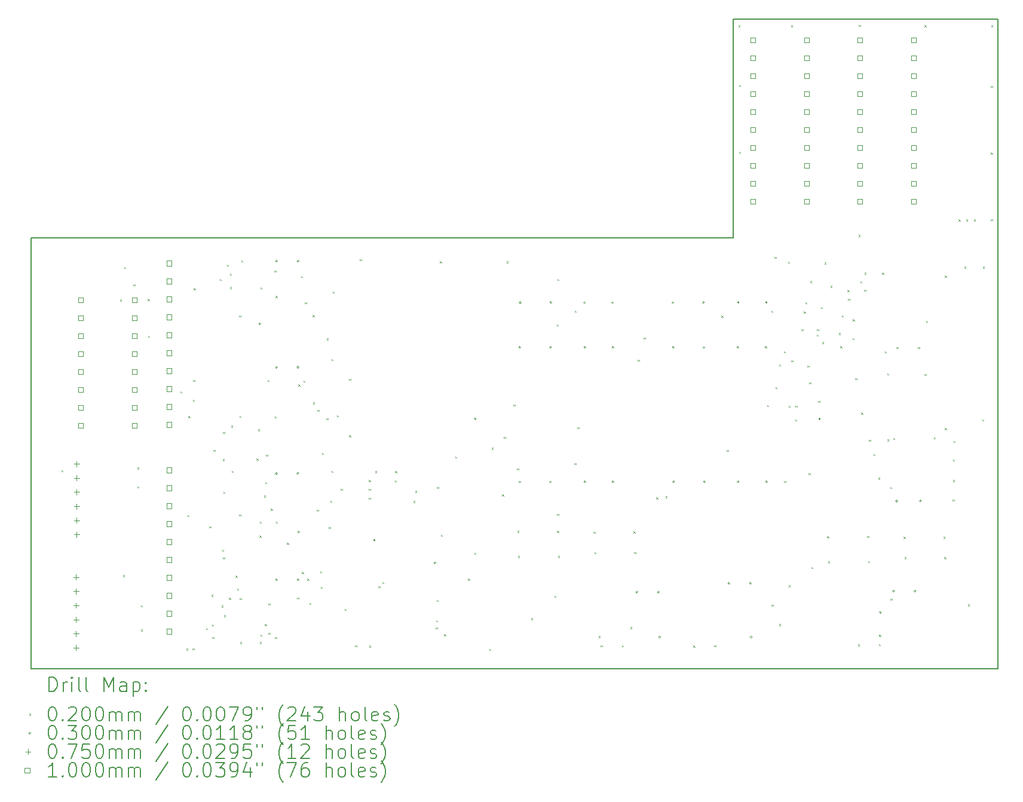
<source format=gbr>
%TF.GenerationSoftware,KiCad,Pcbnew,8.0.9*%
%TF.CreationDate,2025-05-07T23:17:41-04:00*%
%TF.ProjectId,RAMEXPB_V3,52414d45-5850-4425-9f56-332e6b696361,rev?*%
%TF.SameCoordinates,Original*%
%TF.FileFunction,Drillmap*%
%TF.FilePolarity,Positive*%
%FSLAX45Y45*%
G04 Gerber Fmt 4.5, Leading zero omitted, Abs format (unit mm)*
G04 Created by KiCad (PCBNEW 8.0.9) date 2025-05-07 23:17:41*
%MOMM*%
%LPD*%
G01*
G04 APERTURE LIST*
%ADD10C,0.150000*%
%ADD11C,0.200000*%
%ADD12C,0.100000*%
G04 APERTURE END LIST*
D10*
X7556000Y-10446000D02*
X17499000Y-10446000D01*
X21256000Y-7348000D02*
X17499000Y-7348000D01*
X21256000Y-16548000D02*
X21256000Y-7348000D01*
X7556000Y-16548000D02*
X7556000Y-10446000D01*
X21256000Y-16548000D02*
X7556000Y-16548000D01*
X17499000Y-10446000D02*
X17499000Y-7348000D01*
D11*
D12*
X7986000Y-13736000D02*
X8006000Y-13756000D01*
X8006000Y-13736000D02*
X7986000Y-13756000D01*
X8811000Y-11319000D02*
X8831000Y-11339000D01*
X8831000Y-11319000D02*
X8811000Y-11339000D01*
X8856000Y-15220000D02*
X8876000Y-15240000D01*
X8876000Y-15220000D02*
X8856000Y-15240000D01*
X8871000Y-10857000D02*
X8891000Y-10877000D01*
X8891000Y-10857000D02*
X8871000Y-10877000D01*
X9005000Y-11100000D02*
X9025000Y-11120000D01*
X9025000Y-11100000D02*
X9005000Y-11120000D01*
X9060000Y-13696000D02*
X9080000Y-13716000D01*
X9080000Y-13696000D02*
X9060000Y-13716000D01*
X9060000Y-13966000D02*
X9080000Y-13986000D01*
X9080000Y-13966000D02*
X9060000Y-13986000D01*
X9107000Y-15648000D02*
X9127000Y-15668000D01*
X9127000Y-15648000D02*
X9107000Y-15668000D01*
X9107000Y-15993000D02*
X9127000Y-16013000D01*
X9127000Y-15993000D02*
X9107000Y-16013000D01*
X9206000Y-11311000D02*
X9226000Y-11331000D01*
X9226000Y-11311000D02*
X9206000Y-11331000D01*
X9212000Y-11833000D02*
X9232000Y-11853000D01*
X9232000Y-11833000D02*
X9212000Y-11853000D01*
X9671000Y-12616000D02*
X9691000Y-12636000D01*
X9691000Y-12616000D02*
X9671000Y-12636000D01*
X9754500Y-16262500D02*
X9774500Y-16282500D01*
X9774500Y-16262500D02*
X9754500Y-16282500D01*
X9771000Y-14371000D02*
X9791000Y-14391000D01*
X9791000Y-14371000D02*
X9771000Y-14391000D01*
X9784000Y-12969000D02*
X9804000Y-12989000D01*
X9804000Y-12969000D02*
X9784000Y-12989000D01*
X9840500Y-16256500D02*
X9860500Y-16276500D01*
X9860500Y-16256500D02*
X9840500Y-16276500D01*
X9843920Y-12733860D02*
X9863920Y-12753860D01*
X9863920Y-12733860D02*
X9843920Y-12753860D01*
X9849930Y-12454630D02*
X9869930Y-12474630D01*
X9869930Y-12454630D02*
X9849930Y-12474630D01*
X9859000Y-11158000D02*
X9879000Y-11178000D01*
X9879000Y-11158000D02*
X9859000Y-11178000D01*
X10033000Y-15972000D02*
X10053000Y-15992000D01*
X10053000Y-15972000D02*
X10033000Y-15992000D01*
X10079000Y-14531000D02*
X10099000Y-14551000D01*
X10099000Y-14531000D02*
X10079000Y-14551000D01*
X10108000Y-15501000D02*
X10128000Y-15521000D01*
X10128000Y-15501000D02*
X10108000Y-15521000D01*
X10115000Y-15922000D02*
X10135000Y-15942000D01*
X10135000Y-15922000D02*
X10115000Y-15942000D01*
X10122000Y-16096000D02*
X10142000Y-16116000D01*
X10142000Y-16096000D02*
X10122000Y-16116000D01*
X10138000Y-13448000D02*
X10158000Y-13468000D01*
X10158000Y-13448000D02*
X10138000Y-13468000D01*
X10227500Y-11025500D02*
X10247500Y-11045500D01*
X10247500Y-11025500D02*
X10227500Y-11045500D01*
X10252000Y-15654000D02*
X10272000Y-15674000D01*
X10272000Y-15654000D02*
X10252000Y-15674000D01*
X10263000Y-14859000D02*
X10283000Y-14879000D01*
X10283000Y-14859000D02*
X10263000Y-14879000D01*
X10271000Y-13579000D02*
X10291000Y-13599000D01*
X10291000Y-13579000D02*
X10271000Y-13599000D01*
X10274000Y-14974000D02*
X10294000Y-14994000D01*
X10294000Y-14974000D02*
X10274000Y-14994000D01*
X10275000Y-13191000D02*
X10295000Y-13211000D01*
X10295000Y-13191000D02*
X10275000Y-13211000D01*
X10279000Y-14039000D02*
X10299000Y-14059000D01*
X10299000Y-14039000D02*
X10279000Y-14059000D01*
X10287000Y-15788000D02*
X10307000Y-15808000D01*
X10307000Y-15788000D02*
X10287000Y-15808000D01*
X10327000Y-10825000D02*
X10347000Y-10845000D01*
X10347000Y-10825000D02*
X10327000Y-10845000D01*
X10357000Y-15544000D02*
X10377000Y-15564000D01*
X10377000Y-15544000D02*
X10357000Y-15564000D01*
X10371000Y-10949000D02*
X10391000Y-10969000D01*
X10391000Y-10949000D02*
X10371000Y-10969000D01*
X10371000Y-11140000D02*
X10391000Y-11160000D01*
X10391000Y-11140000D02*
X10371000Y-11160000D01*
X10386000Y-13105000D02*
X10406000Y-13125000D01*
X10406000Y-13105000D02*
X10386000Y-13125000D01*
X10396000Y-13746000D02*
X10416000Y-13766000D01*
X10416000Y-13746000D02*
X10396000Y-13766000D01*
X10453000Y-15231000D02*
X10473000Y-15251000D01*
X10473000Y-15231000D02*
X10453000Y-15251000D01*
X10475000Y-15410000D02*
X10495000Y-15430000D01*
X10495000Y-15410000D02*
X10475000Y-15430000D01*
X10503000Y-11541000D02*
X10523000Y-11561000D01*
X10523000Y-11541000D02*
X10503000Y-11561000D01*
X10503000Y-14363000D02*
X10523000Y-14383000D01*
X10523000Y-14363000D02*
X10503000Y-14383000D01*
X10504000Y-12964000D02*
X10524000Y-12984000D01*
X10524000Y-12964000D02*
X10504000Y-12984000D01*
X10512000Y-15545000D02*
X10532000Y-15565000D01*
X10532000Y-15545000D02*
X10512000Y-15565000D01*
X10514000Y-16168000D02*
X10534000Y-16188000D01*
X10534000Y-16168000D02*
X10514000Y-16188000D01*
X10534000Y-10763000D02*
X10554000Y-10783000D01*
X10554000Y-10763000D02*
X10534000Y-10783000D01*
X10748000Y-13570000D02*
X10768000Y-13590000D01*
X10768000Y-13570000D02*
X10748000Y-13590000D01*
X10768000Y-13155000D02*
X10788000Y-13175000D01*
X10788000Y-13155000D02*
X10768000Y-13175000D01*
X10789330Y-14662330D02*
X10809330Y-14682330D01*
X10809330Y-14662330D02*
X10789330Y-14682330D01*
X10792000Y-14461000D02*
X10812000Y-14481000D01*
X10812000Y-14461000D02*
X10792000Y-14481000D01*
X10797000Y-16168000D02*
X10817000Y-16188000D01*
X10817000Y-16168000D02*
X10797000Y-16188000D01*
X10801412Y-16061588D02*
X10821412Y-16081588D01*
X10821412Y-16061588D02*
X10801412Y-16081588D01*
X10802000Y-11143000D02*
X10822000Y-11163000D01*
X10822000Y-11143000D02*
X10802000Y-11163000D01*
X10852000Y-14096000D02*
X10872000Y-14116000D01*
X10872000Y-14096000D02*
X10852000Y-14116000D01*
X10866000Y-15915000D02*
X10886000Y-15935000D01*
X10886000Y-15915000D02*
X10866000Y-15935000D01*
X10870000Y-13905000D02*
X10890000Y-13925000D01*
X10890000Y-13905000D02*
X10870000Y-13925000D01*
X10882000Y-13513000D02*
X10902000Y-13533000D01*
X10902000Y-13513000D02*
X10882000Y-13533000D01*
X10907000Y-12457000D02*
X10927000Y-12477000D01*
X10927000Y-12457000D02*
X10907000Y-12477000D01*
X10917000Y-16040000D02*
X10937000Y-16060000D01*
X10937000Y-16040000D02*
X10917000Y-16060000D01*
X10918500Y-15624500D02*
X10938500Y-15644500D01*
X10938500Y-15624500D02*
X10918500Y-15644500D01*
X10952000Y-14281000D02*
X10972000Y-14301000D01*
X10972000Y-14281000D02*
X10952000Y-14301000D01*
X11002000Y-10907000D02*
X11022000Y-10927000D01*
X11022000Y-10907000D02*
X11002000Y-10927000D01*
X11007000Y-12971000D02*
X11027000Y-12991000D01*
X11027000Y-12971000D02*
X11007000Y-12991000D01*
X11011000Y-16100000D02*
X11031000Y-16120000D01*
X11031000Y-16100000D02*
X11011000Y-16120000D01*
X11018000Y-11268000D02*
X11038000Y-11288000D01*
X11038000Y-11268000D02*
X11018000Y-11288000D01*
X11023000Y-14464000D02*
X11043000Y-14484000D01*
X11043000Y-14464000D02*
X11023000Y-14484000D01*
X11179500Y-14765500D02*
X11199500Y-14785500D01*
X11199500Y-14765500D02*
X11179500Y-14785500D01*
X11323000Y-15537000D02*
X11343000Y-15557000D01*
X11343000Y-15537000D02*
X11323000Y-15557000D01*
X11332000Y-14594000D02*
X11352000Y-14614000D01*
X11352000Y-14594000D02*
X11332000Y-14614000D01*
X11339300Y-12521700D02*
X11359300Y-12541700D01*
X11359300Y-12521700D02*
X11339300Y-12541700D01*
X11376000Y-10986000D02*
X11396000Y-11006000D01*
X11396000Y-10986000D02*
X11376000Y-11006000D01*
X11390000Y-15180000D02*
X11410000Y-15200000D01*
X11410000Y-15180000D02*
X11390000Y-15200000D01*
X11411000Y-12467000D02*
X11431000Y-12487000D01*
X11431000Y-12467000D02*
X11411000Y-12487000D01*
X11434000Y-11355000D02*
X11454000Y-11375000D01*
X11454000Y-11355000D02*
X11434000Y-11375000D01*
X11467500Y-15272500D02*
X11487500Y-15292500D01*
X11487500Y-15272500D02*
X11467500Y-15292500D01*
X11497000Y-15614000D02*
X11517000Y-15634000D01*
X11517000Y-15614000D02*
X11497000Y-15634000D01*
X11544000Y-11539000D02*
X11564000Y-11559000D01*
X11564000Y-11539000D02*
X11544000Y-11559000D01*
X11548000Y-12775000D02*
X11568000Y-12795000D01*
X11568000Y-12775000D02*
X11548000Y-12795000D01*
X11602000Y-14293000D02*
X11622000Y-14313000D01*
X11622000Y-14293000D02*
X11602000Y-14313000D01*
X11611000Y-12878000D02*
X11631000Y-12898000D01*
X11631000Y-12878000D02*
X11611000Y-12898000D01*
X11647500Y-15166500D02*
X11667500Y-15186500D01*
X11667500Y-15166500D02*
X11647500Y-15186500D01*
X11660000Y-15386000D02*
X11680000Y-15406000D01*
X11680000Y-15386000D02*
X11660000Y-15406000D01*
X11676000Y-13491000D02*
X11696000Y-13511000D01*
X11696000Y-13491000D02*
X11676000Y-13511000D01*
X11738000Y-12997000D02*
X11758000Y-13017000D01*
X11758000Y-12997000D02*
X11738000Y-13017000D01*
X11745000Y-11869000D02*
X11765000Y-11889000D01*
X11765000Y-11869000D02*
X11745000Y-11889000D01*
X11772500Y-14537500D02*
X11792500Y-14557500D01*
X11792500Y-14537500D02*
X11772500Y-14557500D01*
X11796000Y-14167000D02*
X11816000Y-14187000D01*
X11816000Y-14167000D02*
X11796000Y-14187000D01*
X11813000Y-12163000D02*
X11833000Y-12183000D01*
X11833000Y-12163000D02*
X11813000Y-12183000D01*
X11813000Y-13743000D02*
X11833000Y-13763000D01*
X11833000Y-13743000D02*
X11813000Y-13763000D01*
X11828000Y-11205000D02*
X11848000Y-11225000D01*
X11848000Y-11205000D02*
X11828000Y-11225000D01*
X11886000Y-12958000D02*
X11906000Y-12978000D01*
X11906000Y-12958000D02*
X11886000Y-12978000D01*
X11943000Y-13996000D02*
X11963000Y-14016000D01*
X11963000Y-13996000D02*
X11943000Y-14016000D01*
X11997000Y-15702000D02*
X12017000Y-15722000D01*
X12017000Y-15702000D02*
X11997000Y-15722000D01*
X12061000Y-12440000D02*
X12081000Y-12460000D01*
X12081000Y-12440000D02*
X12061000Y-12460000D01*
X12061000Y-13239000D02*
X12081000Y-13259000D01*
X12081000Y-13239000D02*
X12061000Y-13259000D01*
X12146000Y-16218000D02*
X12166000Y-16238000D01*
X12166000Y-16218000D02*
X12146000Y-16238000D01*
X12213000Y-10747000D02*
X12233000Y-10767000D01*
X12233000Y-10747000D02*
X12213000Y-10767000D01*
X12339000Y-14125000D02*
X12359000Y-14145000D01*
X12359000Y-14125000D02*
X12339000Y-14145000D01*
X12340000Y-13874000D02*
X12360000Y-13894000D01*
X12360000Y-13874000D02*
X12340000Y-13894000D01*
X12340000Y-13998000D02*
X12360000Y-14018000D01*
X12360000Y-13998000D02*
X12340000Y-14018000D01*
X12345000Y-16221000D02*
X12365000Y-16241000D01*
X12365000Y-16221000D02*
X12345000Y-16241000D01*
X12426000Y-13747000D02*
X12446000Y-13767000D01*
X12446000Y-13747000D02*
X12426000Y-13767000D01*
X12474000Y-15376000D02*
X12494000Y-15396000D01*
X12494000Y-15376000D02*
X12474000Y-15396000D01*
X12529000Y-15318000D02*
X12549000Y-15338000D01*
X12549000Y-15318000D02*
X12529000Y-15338000D01*
X12709000Y-13878000D02*
X12729000Y-13898000D01*
X12729000Y-13878000D02*
X12709000Y-13898000D01*
X12712000Y-13747000D02*
X12732000Y-13767000D01*
X12732000Y-13747000D02*
X12712000Y-13767000D01*
X12971000Y-14170000D02*
X12991000Y-14190000D01*
X12991000Y-14170000D02*
X12971000Y-14190000D01*
X12996000Y-14026000D02*
X13016000Y-14046000D01*
X13016000Y-14026000D02*
X12996000Y-14046000D01*
X13287000Y-15963000D02*
X13307000Y-15983000D01*
X13307000Y-15963000D02*
X13287000Y-15983000D01*
X13293000Y-15863000D02*
X13313000Y-15883000D01*
X13313000Y-15863000D02*
X13293000Y-15883000D01*
X13299000Y-15575000D02*
X13319000Y-15595000D01*
X13319000Y-15575000D02*
X13299000Y-15595000D01*
X13306000Y-13975000D02*
X13326000Y-13995000D01*
X13326000Y-13975000D02*
X13306000Y-13995000D01*
X13347000Y-10777000D02*
X13367000Y-10797000D01*
X13367000Y-10777000D02*
X13347000Y-10797000D01*
X13360000Y-14652000D02*
X13380000Y-14672000D01*
X13380000Y-14652000D02*
X13360000Y-14672000D01*
X13407000Y-16060000D02*
X13427000Y-16080000D01*
X13427000Y-16060000D02*
X13407000Y-16080000D01*
X13563000Y-13542000D02*
X13583000Y-13562000D01*
X13583000Y-13542000D02*
X13563000Y-13562000D01*
X13744000Y-15272000D02*
X13764000Y-15292000D01*
X13764000Y-15272000D02*
X13744000Y-15292000D01*
X13836000Y-14904000D02*
X13856000Y-14924000D01*
X13856000Y-14904000D02*
X13836000Y-14924000D01*
X14048000Y-16265000D02*
X14068000Y-16285000D01*
X14068000Y-16265000D02*
X14048000Y-16285000D01*
X14081000Y-13417000D02*
X14101000Y-13437000D01*
X14101000Y-13417000D02*
X14081000Y-13437000D01*
X14227000Y-14078000D02*
X14247000Y-14098000D01*
X14247000Y-14078000D02*
X14227000Y-14098000D01*
X14254000Y-13263000D02*
X14274000Y-13283000D01*
X14274000Y-13263000D02*
X14254000Y-13283000D01*
X14291000Y-10777000D02*
X14311000Y-10797000D01*
X14311000Y-10777000D02*
X14291000Y-10797000D01*
X14387000Y-12804000D02*
X14407000Y-12824000D01*
X14407000Y-12804000D02*
X14387000Y-12824000D01*
X14439000Y-13708000D02*
X14459000Y-13728000D01*
X14459000Y-13708000D02*
X14439000Y-13728000D01*
X14442000Y-14596000D02*
X14462000Y-14616000D01*
X14462000Y-14596000D02*
X14442000Y-14616000D01*
X14453000Y-14951000D02*
X14473000Y-14971000D01*
X14473000Y-14951000D02*
X14453000Y-14971000D01*
X14640500Y-15831500D02*
X14660500Y-15851500D01*
X14660500Y-15831500D02*
X14640500Y-15851500D01*
X14971000Y-15511000D02*
X14991000Y-15531000D01*
X14991000Y-15511000D02*
X14971000Y-15531000D01*
X15000000Y-11667000D02*
X15020000Y-11687000D01*
X15020000Y-11667000D02*
X15000000Y-11687000D01*
X15007000Y-14353300D02*
X15027000Y-14373300D01*
X15027000Y-14353300D02*
X15007000Y-14373300D01*
X15007000Y-14595000D02*
X15027000Y-14615000D01*
X15027000Y-14595000D02*
X15007000Y-14615000D01*
X15008500Y-11026500D02*
X15028500Y-11046500D01*
X15028500Y-11026500D02*
X15008500Y-11046500D01*
X15018000Y-14950000D02*
X15038000Y-14970000D01*
X15038000Y-14950000D02*
X15018000Y-14970000D01*
X15253000Y-13636000D02*
X15273000Y-13656000D01*
X15273000Y-13636000D02*
X15253000Y-13656000D01*
X15254000Y-11474000D02*
X15274000Y-11494000D01*
X15274000Y-11474000D02*
X15254000Y-11494000D01*
X15294000Y-13128000D02*
X15314000Y-13148000D01*
X15314000Y-13128000D02*
X15294000Y-13148000D01*
X15524000Y-14605000D02*
X15544000Y-14625000D01*
X15544000Y-14605000D02*
X15524000Y-14625000D01*
X15535000Y-14894000D02*
X15555000Y-14914000D01*
X15555000Y-14894000D02*
X15535000Y-14914000D01*
X15597000Y-16086000D02*
X15617000Y-16106000D01*
X15617000Y-16086000D02*
X15597000Y-16106000D01*
X15626000Y-16216000D02*
X15646000Y-16236000D01*
X15646000Y-16216000D02*
X15626000Y-16236000D01*
X15923000Y-16215000D02*
X15943000Y-16235000D01*
X15943000Y-16215000D02*
X15923000Y-16235000D01*
X16045000Y-15957000D02*
X16065000Y-15977000D01*
X16065000Y-15957000D02*
X16045000Y-15977000D01*
X16089000Y-14604000D02*
X16109000Y-14624000D01*
X16109000Y-14604000D02*
X16089000Y-14624000D01*
X16100000Y-14893000D02*
X16120000Y-14913000D01*
X16120000Y-14893000D02*
X16100000Y-14913000D01*
X16150500Y-12168500D02*
X16170500Y-12188500D01*
X16170500Y-12168500D02*
X16150500Y-12188500D01*
X16233000Y-11856000D02*
X16253000Y-11876000D01*
X16253000Y-11856000D02*
X16233000Y-11876000D01*
X16411000Y-14120000D02*
X16431000Y-14140000D01*
X16431000Y-14120000D02*
X16411000Y-14140000D01*
X16542000Y-14104000D02*
X16562000Y-14124000D01*
X16562000Y-14104000D02*
X16542000Y-14124000D01*
X16936000Y-16219000D02*
X16956000Y-16239000D01*
X16956000Y-16219000D02*
X16936000Y-16239000D01*
X17233000Y-16218000D02*
X17253000Y-16238000D01*
X17253000Y-16218000D02*
X17233000Y-16238000D01*
X17335000Y-11546000D02*
X17355000Y-11566000D01*
X17355000Y-11546000D02*
X17335000Y-11566000D01*
X17411000Y-13445000D02*
X17431000Y-13465000D01*
X17431000Y-13445000D02*
X17411000Y-13465000D01*
X17574000Y-7432000D02*
X17594000Y-7452000D01*
X17594000Y-7432000D02*
X17574000Y-7452000D01*
X17586000Y-8275000D02*
X17606000Y-8295000D01*
X17606000Y-8275000D02*
X17586000Y-8295000D01*
X17586000Y-9220500D02*
X17606000Y-9240500D01*
X17606000Y-9220500D02*
X17586000Y-9240500D01*
X17985000Y-12810000D02*
X18005000Y-12830000D01*
X18005000Y-12810000D02*
X17985000Y-12830000D01*
X18044000Y-11477000D02*
X18064000Y-11497000D01*
X18064000Y-11477000D02*
X18044000Y-11497000D01*
X18047000Y-15640000D02*
X18067000Y-15660000D01*
X18067000Y-15640000D02*
X18047000Y-15660000D01*
X18087000Y-10713000D02*
X18107000Y-10733000D01*
X18107000Y-10713000D02*
X18087000Y-10733000D01*
X18099000Y-12559000D02*
X18119000Y-12579000D01*
X18119000Y-12559000D02*
X18099000Y-12579000D01*
X18151000Y-12239000D02*
X18171000Y-12259000D01*
X18171000Y-12239000D02*
X18151000Y-12259000D01*
X18154000Y-15914000D02*
X18174000Y-15934000D01*
X18174000Y-15914000D02*
X18154000Y-15934000D01*
X18222000Y-12049000D02*
X18242000Y-12069000D01*
X18242000Y-12049000D02*
X18222000Y-12069000D01*
X18223000Y-13886000D02*
X18243000Y-13906000D01*
X18243000Y-13886000D02*
X18223000Y-13906000D01*
X18277000Y-10780000D02*
X18297000Y-10800000D01*
X18297000Y-10780000D02*
X18277000Y-10800000D01*
X18285500Y-15364500D02*
X18305500Y-15384500D01*
X18305500Y-15364500D02*
X18285500Y-15384500D01*
X18289000Y-12821000D02*
X18309000Y-12841000D01*
X18309000Y-12821000D02*
X18289000Y-12841000D01*
X18321500Y-7432000D02*
X18341500Y-7452000D01*
X18341500Y-7432000D02*
X18321500Y-7452000D01*
X18327000Y-12177000D02*
X18347000Y-12197000D01*
X18347000Y-12177000D02*
X18327000Y-12197000D01*
X18378000Y-13014000D02*
X18398000Y-13034000D01*
X18398000Y-13014000D02*
X18378000Y-13034000D01*
X18386000Y-12821000D02*
X18406000Y-12841000D01*
X18406000Y-12821000D02*
X18386000Y-12841000D01*
X18468000Y-11734500D02*
X18488000Y-11754500D01*
X18488000Y-11734500D02*
X18468000Y-11754500D01*
X18502000Y-11486000D02*
X18522000Y-11506000D01*
X18522000Y-11486000D02*
X18502000Y-11506000D01*
X18522500Y-11357500D02*
X18542500Y-11377500D01*
X18542500Y-11357500D02*
X18522500Y-11377500D01*
X18554500Y-12252500D02*
X18574500Y-12272500D01*
X18574500Y-12252500D02*
X18554500Y-12272500D01*
X18571000Y-13779000D02*
X18591000Y-13799000D01*
X18591000Y-13779000D02*
X18571000Y-13799000D01*
X18579000Y-12492000D02*
X18599000Y-12512000D01*
X18599000Y-12492000D02*
X18579000Y-12512000D01*
X18594000Y-11056000D02*
X18614000Y-11076000D01*
X18614000Y-11056000D02*
X18594000Y-11076000D01*
X18607000Y-15105000D02*
X18627000Y-15125000D01*
X18627000Y-15105000D02*
X18607000Y-15125000D01*
X18685000Y-11811000D02*
X18705000Y-11831000D01*
X18705000Y-11811000D02*
X18685000Y-11831000D01*
X18691000Y-11735000D02*
X18711000Y-11755000D01*
X18711000Y-11735000D02*
X18691000Y-11755000D01*
X18707000Y-12753000D02*
X18727000Y-12773000D01*
X18727000Y-12753000D02*
X18707000Y-12773000D01*
X18743000Y-11425000D02*
X18763000Y-11445000D01*
X18763000Y-11425000D02*
X18743000Y-11445000D01*
X18759000Y-11920000D02*
X18779000Y-11940000D01*
X18779000Y-11920000D02*
X18759000Y-11940000D01*
X18795000Y-10792850D02*
X18815000Y-10812850D01*
X18815000Y-10792850D02*
X18795000Y-10812850D01*
X18835000Y-14670000D02*
X18855000Y-14690000D01*
X18855000Y-14670000D02*
X18835000Y-14690000D01*
X18846000Y-15025000D02*
X18866000Y-15045000D01*
X18866000Y-15025000D02*
X18846000Y-15045000D01*
X18882000Y-11124000D02*
X18902000Y-11144000D01*
X18902000Y-11124000D02*
X18882000Y-11144000D01*
X18999000Y-11793000D02*
X19019000Y-11813000D01*
X19019000Y-11793000D02*
X18999000Y-11813000D01*
X19019000Y-11980000D02*
X19039000Y-12000000D01*
X19039000Y-11980000D02*
X19019000Y-12000000D01*
X19042000Y-11545000D02*
X19062000Y-11565000D01*
X19062000Y-11545000D02*
X19042000Y-11565000D01*
X19122000Y-11182000D02*
X19142000Y-11202000D01*
X19142000Y-11182000D02*
X19122000Y-11202000D01*
X19131000Y-11304000D02*
X19151000Y-11324000D01*
X19151000Y-11304000D02*
X19131000Y-11324000D01*
X19194000Y-11862000D02*
X19214000Y-11882000D01*
X19214000Y-11862000D02*
X19194000Y-11882000D01*
X19197000Y-11599000D02*
X19217000Y-11619000D01*
X19217000Y-11599000D02*
X19197000Y-11619000D01*
X19232000Y-12430000D02*
X19252000Y-12450000D01*
X19252000Y-12430000D02*
X19232000Y-12450000D01*
X19271000Y-16202000D02*
X19291000Y-16222000D01*
X19291000Y-16202000D02*
X19271000Y-16222000D01*
X19277000Y-10403000D02*
X19297000Y-10423000D01*
X19297000Y-10403000D02*
X19277000Y-10423000D01*
X19281000Y-7427000D02*
X19301000Y-7447000D01*
X19301000Y-7427000D02*
X19281000Y-7447000D01*
X19303000Y-11059000D02*
X19323000Y-11079000D01*
X19323000Y-11059000D02*
X19303000Y-11079000D01*
X19315000Y-12918000D02*
X19335000Y-12938000D01*
X19335000Y-12918000D02*
X19315000Y-12938000D01*
X19359000Y-11180000D02*
X19379000Y-11200000D01*
X19379000Y-11180000D02*
X19359000Y-11200000D01*
X19361000Y-10938000D02*
X19381000Y-10958000D01*
X19381000Y-10938000D02*
X19361000Y-10958000D01*
X19400000Y-14669000D02*
X19420000Y-14689000D01*
X19420000Y-14669000D02*
X19400000Y-14689000D01*
X19411000Y-15024000D02*
X19431000Y-15044000D01*
X19431000Y-15024000D02*
X19411000Y-15044000D01*
X19426500Y-13304500D02*
X19446500Y-13324500D01*
X19446500Y-13304500D02*
X19426500Y-13324500D01*
X19487000Y-13505000D02*
X19507000Y-13525000D01*
X19507000Y-13505000D02*
X19487000Y-13525000D01*
X19558000Y-13842000D02*
X19578000Y-13862000D01*
X19578000Y-13842000D02*
X19558000Y-13862000D01*
X19568000Y-16201000D02*
X19588000Y-16221000D01*
X19588000Y-16201000D02*
X19568000Y-16221000D01*
X19612429Y-10937857D02*
X19632429Y-10957857D01*
X19632429Y-10937857D02*
X19612429Y-10957857D01*
X19650000Y-12053000D02*
X19670000Y-12073000D01*
X19670000Y-12053000D02*
X19650000Y-12073000D01*
X19685000Y-12366000D02*
X19705000Y-12386000D01*
X19705000Y-12366000D02*
X19685000Y-12386000D01*
X19687000Y-13300000D02*
X19707000Y-13320000D01*
X19707000Y-13300000D02*
X19687000Y-13320000D01*
X19725000Y-13970000D02*
X19745000Y-13990000D01*
X19745000Y-13970000D02*
X19725000Y-13990000D01*
X19732000Y-15557000D02*
X19752000Y-15577000D01*
X19752000Y-15557000D02*
X19732000Y-15577000D01*
X19771000Y-13278000D02*
X19791000Y-13298000D01*
X19791000Y-13278000D02*
X19771000Y-13298000D01*
X19917000Y-14679000D02*
X19937000Y-14699000D01*
X19937000Y-14679000D02*
X19917000Y-14699000D01*
X19928000Y-14968000D02*
X19948000Y-14988000D01*
X19948000Y-14968000D02*
X19928000Y-14988000D01*
X20212500Y-7432000D02*
X20232500Y-7452000D01*
X20232500Y-7432000D02*
X20212500Y-7452000D01*
X20214000Y-12373000D02*
X20234000Y-12393000D01*
X20234000Y-12373000D02*
X20214000Y-12393000D01*
X20235000Y-11620000D02*
X20255000Y-11640000D01*
X20255000Y-11620000D02*
X20235000Y-11640000D01*
X20346000Y-13271000D02*
X20366000Y-13291000D01*
X20366000Y-13271000D02*
X20346000Y-13291000D01*
X20482000Y-14678000D02*
X20502000Y-14698000D01*
X20502000Y-14678000D02*
X20482000Y-14698000D01*
X20493000Y-14967000D02*
X20513000Y-14987000D01*
X20513000Y-14967000D02*
X20493000Y-14987000D01*
X20501000Y-10980000D02*
X20521000Y-11000000D01*
X20521000Y-10980000D02*
X20501000Y-11000000D01*
X20501000Y-13137000D02*
X20521000Y-13157000D01*
X20521000Y-13137000D02*
X20501000Y-13157000D01*
X20610500Y-14151500D02*
X20630500Y-14171500D01*
X20630500Y-14151500D02*
X20610500Y-14171500D01*
X20614000Y-13874000D02*
X20634000Y-13894000D01*
X20634000Y-13874000D02*
X20614000Y-13894000D01*
X20615000Y-13585000D02*
X20635000Y-13605000D01*
X20635000Y-13585000D02*
X20615000Y-13605000D01*
X20622000Y-13321000D02*
X20642000Y-13341000D01*
X20642000Y-13321000D02*
X20622000Y-13341000D01*
X20694870Y-10185000D02*
X20714870Y-10205000D01*
X20714870Y-10185000D02*
X20694870Y-10205000D01*
X20778500Y-10852500D02*
X20798500Y-10872500D01*
X20798500Y-10852500D02*
X20778500Y-10872500D01*
X20804435Y-10185000D02*
X20824435Y-10205000D01*
X20824435Y-10185000D02*
X20804435Y-10205000D01*
X20826000Y-15635000D02*
X20846000Y-15655000D01*
X20846000Y-15635000D02*
X20826000Y-15655000D01*
X20914000Y-10185000D02*
X20934000Y-10205000D01*
X20934000Y-10185000D02*
X20914000Y-10205000D01*
X21030000Y-13017000D02*
X21050000Y-13037000D01*
X21050000Y-13017000D02*
X21030000Y-13037000D01*
X21037000Y-10852500D02*
X21057000Y-10872500D01*
X21057000Y-10852500D02*
X21037000Y-10872500D01*
X21153000Y-8290000D02*
X21173000Y-8310000D01*
X21173000Y-8290000D02*
X21153000Y-8310000D01*
X21153000Y-9235500D02*
X21173000Y-9255500D01*
X21173000Y-9235500D02*
X21153000Y-9255500D01*
X21153000Y-10181000D02*
X21173000Y-10201000D01*
X21173000Y-10181000D02*
X21153000Y-10201000D01*
X21158000Y-7433000D02*
X21178000Y-7453000D01*
X21178000Y-7433000D02*
X21158000Y-7453000D01*
X10808000Y-11661000D02*
G75*
G02*
X10778000Y-11661000I-15000J0D01*
G01*
X10778000Y-11661000D02*
G75*
G02*
X10808000Y-11661000I15000J0D01*
G01*
X11042000Y-13783000D02*
G75*
G02*
X11012000Y-13783000I-15000J0D01*
G01*
X11012000Y-13783000D02*
G75*
G02*
X11042000Y-13783000I15000J0D01*
G01*
X11046000Y-12277000D02*
G75*
G02*
X11016000Y-12277000I-15000J0D01*
G01*
X11016000Y-12277000D02*
G75*
G02*
X11046000Y-12277000I15000J0D01*
G01*
X11046000Y-15289000D02*
G75*
G02*
X11016000Y-15289000I-15000J0D01*
G01*
X11016000Y-15289000D02*
G75*
G02*
X11046000Y-15289000I15000J0D01*
G01*
X11046800Y-10772000D02*
G75*
G02*
X11016800Y-10772000I-15000J0D01*
G01*
X11016800Y-10772000D02*
G75*
G02*
X11046800Y-10772000I15000J0D01*
G01*
X11346000Y-13783000D02*
G75*
G02*
X11316000Y-13783000I-15000J0D01*
G01*
X11316000Y-13783000D02*
G75*
G02*
X11346000Y-13783000I15000J0D01*
G01*
X11350000Y-12277000D02*
G75*
G02*
X11320000Y-12277000I-15000J0D01*
G01*
X11320000Y-12277000D02*
G75*
G02*
X11350000Y-12277000I15000J0D01*
G01*
X11350000Y-15289000D02*
G75*
G02*
X11320000Y-15289000I-15000J0D01*
G01*
X11320000Y-15289000D02*
G75*
G02*
X11350000Y-15289000I15000J0D01*
G01*
X11350800Y-10772000D02*
G75*
G02*
X11320800Y-10772000I-15000J0D01*
G01*
X11320800Y-10772000D02*
G75*
G02*
X11350800Y-10772000I15000J0D01*
G01*
X12430500Y-14727500D02*
G75*
G02*
X12400500Y-14727500I-15000J0D01*
G01*
X12400500Y-14727500D02*
G75*
G02*
X12430500Y-14727500I15000J0D01*
G01*
X13290000Y-15046500D02*
G75*
G02*
X13260000Y-15046500I-15000J0D01*
G01*
X13260000Y-15046500D02*
G75*
G02*
X13290000Y-15046500I15000J0D01*
G01*
X13860500Y-13005500D02*
G75*
G02*
X13830500Y-13005500I-15000J0D01*
G01*
X13830500Y-13005500D02*
G75*
G02*
X13860500Y-13005500I15000J0D01*
G01*
X14493100Y-11995000D02*
G75*
G02*
X14463100Y-11995000I-15000J0D01*
G01*
X14463100Y-11995000D02*
G75*
G02*
X14493100Y-11995000I15000J0D01*
G01*
X14493100Y-13901000D02*
G75*
G02*
X14463100Y-13901000I-15000J0D01*
G01*
X14463100Y-13901000D02*
G75*
G02*
X14493100Y-13901000I15000J0D01*
G01*
X14498000Y-11360000D02*
G75*
G02*
X14468000Y-11360000I-15000J0D01*
G01*
X14468000Y-11360000D02*
G75*
G02*
X14498000Y-11360000I15000J0D01*
G01*
X14926600Y-11995000D02*
G75*
G02*
X14896600Y-11995000I-15000J0D01*
G01*
X14896600Y-11995000D02*
G75*
G02*
X14926600Y-11995000I15000J0D01*
G01*
X14926600Y-13901000D02*
G75*
G02*
X14896600Y-13901000I-15000J0D01*
G01*
X14896600Y-13901000D02*
G75*
G02*
X14926600Y-13901000I15000J0D01*
G01*
X14931600Y-11359990D02*
G75*
G02*
X14901600Y-11359990I-15000J0D01*
G01*
X14901600Y-11359990D02*
G75*
G02*
X14931600Y-11359990I15000J0D01*
G01*
X15408000Y-11361000D02*
G75*
G02*
X15378000Y-11361000I-15000J0D01*
G01*
X15378000Y-11361000D02*
G75*
G02*
X15408000Y-11361000I15000J0D01*
G01*
X15414000Y-11995000D02*
G75*
G02*
X15384000Y-11995000I-15000J0D01*
G01*
X15384000Y-11995000D02*
G75*
G02*
X15414000Y-11995000I15000J0D01*
G01*
X15415000Y-13900000D02*
G75*
G02*
X15385000Y-13900000I-15000J0D01*
G01*
X15385000Y-13900000D02*
G75*
G02*
X15415000Y-13900000I15000J0D01*
G01*
X15807000Y-11361000D02*
G75*
G02*
X15777000Y-11361000I-15000J0D01*
G01*
X15777000Y-11361000D02*
G75*
G02*
X15807000Y-11361000I15000J0D01*
G01*
X15813000Y-11995000D02*
G75*
G02*
X15783000Y-11995000I-15000J0D01*
G01*
X15783000Y-11995000D02*
G75*
G02*
X15813000Y-11995000I15000J0D01*
G01*
X15814000Y-13900000D02*
G75*
G02*
X15784000Y-13900000I-15000J0D01*
G01*
X15784000Y-13900000D02*
G75*
G02*
X15814000Y-13900000I15000J0D01*
G01*
X16152500Y-15462500D02*
G75*
G02*
X16122500Y-15462500I-15000J0D01*
G01*
X16122500Y-15462500D02*
G75*
G02*
X16152500Y-15462500I15000J0D01*
G01*
X16456500Y-15462500D02*
G75*
G02*
X16426500Y-15462500I-15000J0D01*
G01*
X16426500Y-15462500D02*
G75*
G02*
X16456500Y-15462500I15000J0D01*
G01*
X16475500Y-16097500D02*
G75*
G02*
X16445500Y-16097500I-15000J0D01*
G01*
X16445500Y-16097500D02*
G75*
G02*
X16475500Y-16097500I15000J0D01*
G01*
X16662100Y-11361000D02*
G75*
G02*
X16632100Y-11361000I-15000J0D01*
G01*
X16632100Y-11361000D02*
G75*
G02*
X16662100Y-11361000I15000J0D01*
G01*
X16668100Y-11996000D02*
G75*
G02*
X16638100Y-11996000I-15000J0D01*
G01*
X16638100Y-11996000D02*
G75*
G02*
X16668100Y-11996000I15000J0D01*
G01*
X16673100Y-13900000D02*
G75*
G02*
X16643100Y-13900000I-15000J0D01*
G01*
X16643100Y-13900000D02*
G75*
G02*
X16673100Y-13900000I15000J0D01*
G01*
X17095600Y-11360990D02*
G75*
G02*
X17065600Y-11360990I-15000J0D01*
G01*
X17065600Y-11360990D02*
G75*
G02*
X17095600Y-11360990I15000J0D01*
G01*
X17101600Y-11996000D02*
G75*
G02*
X17071600Y-11996000I-15000J0D01*
G01*
X17071600Y-11996000D02*
G75*
G02*
X17101600Y-11996000I15000J0D01*
G01*
X17106600Y-13900000D02*
G75*
G02*
X17076600Y-13900000I-15000J0D01*
G01*
X17076600Y-13900000D02*
G75*
G02*
X17106600Y-13900000I15000J0D01*
G01*
X17455000Y-15338000D02*
G75*
G02*
X17425000Y-15338000I-15000J0D01*
G01*
X17425000Y-15338000D02*
G75*
G02*
X17455000Y-15338000I15000J0D01*
G01*
X17582000Y-11994000D02*
G75*
G02*
X17552000Y-11994000I-15000J0D01*
G01*
X17552000Y-11994000D02*
G75*
G02*
X17582000Y-11994000I15000J0D01*
G01*
X17588000Y-11359000D02*
G75*
G02*
X17558000Y-11359000I-15000J0D01*
G01*
X17558000Y-11359000D02*
G75*
G02*
X17588000Y-11359000I15000J0D01*
G01*
X17588000Y-13900000D02*
G75*
G02*
X17558000Y-13900000I-15000J0D01*
G01*
X17558000Y-13900000D02*
G75*
G02*
X17588000Y-13900000I15000J0D01*
G01*
X17759000Y-15338000D02*
G75*
G02*
X17729000Y-15338000I-15000J0D01*
G01*
X17729000Y-15338000D02*
G75*
G02*
X17759000Y-15338000I15000J0D01*
G01*
X17770000Y-16100500D02*
G75*
G02*
X17740000Y-16100500I-15000J0D01*
G01*
X17740000Y-16100500D02*
G75*
G02*
X17770000Y-16100500I15000J0D01*
G01*
X17981000Y-11994000D02*
G75*
G02*
X17951000Y-11994000I-15000J0D01*
G01*
X17951000Y-11994000D02*
G75*
G02*
X17981000Y-11994000I15000J0D01*
G01*
X17987000Y-11359000D02*
G75*
G02*
X17957000Y-11359000I-15000J0D01*
G01*
X17957000Y-11359000D02*
G75*
G02*
X17987000Y-11359000I15000J0D01*
G01*
X17987000Y-13900000D02*
G75*
G02*
X17957000Y-13900000I-15000J0D01*
G01*
X17957000Y-13900000D02*
G75*
G02*
X17987000Y-13900000I15000J0D01*
G01*
X18739000Y-13008000D02*
G75*
G02*
X18709000Y-13008000I-15000J0D01*
G01*
X18709000Y-13008000D02*
G75*
G02*
X18739000Y-13008000I15000J0D01*
G01*
X19597500Y-16083500D02*
G75*
G02*
X19567500Y-16083500I-15000J0D01*
G01*
X19567500Y-16083500D02*
G75*
G02*
X19597500Y-16083500I15000J0D01*
G01*
X19601000Y-15750000D02*
G75*
G02*
X19571000Y-15750000I-15000J0D01*
G01*
X19571000Y-15750000D02*
G75*
G02*
X19601000Y-15750000I15000J0D01*
G01*
X19789000Y-15449000D02*
G75*
G02*
X19759000Y-15449000I-15000J0D01*
G01*
X19759000Y-15449000D02*
G75*
G02*
X19789000Y-15449000I15000J0D01*
G01*
X19831800Y-14171000D02*
G75*
G02*
X19801800Y-14171000I-15000J0D01*
G01*
X19801800Y-14171000D02*
G75*
G02*
X19831800Y-14171000I15000J0D01*
G01*
X19844800Y-12005000D02*
G75*
G02*
X19814800Y-12005000I-15000J0D01*
G01*
X19814800Y-12005000D02*
G75*
G02*
X19844800Y-12005000I15000J0D01*
G01*
X20093000Y-15449000D02*
G75*
G02*
X20063000Y-15449000I-15000J0D01*
G01*
X20063000Y-15449000D02*
G75*
G02*
X20093000Y-15449000I15000J0D01*
G01*
X20148800Y-12005000D02*
G75*
G02*
X20118800Y-12005000I-15000J0D01*
G01*
X20118800Y-12005000D02*
G75*
G02*
X20148800Y-12005000I15000J0D01*
G01*
X20170000Y-14171000D02*
G75*
G02*
X20140000Y-14171000I-15000J0D01*
G01*
X20140000Y-14171000D02*
G75*
G02*
X20170000Y-14171000I15000J0D01*
G01*
X8191500Y-15212500D02*
X8191500Y-15287500D01*
X8154000Y-15250000D02*
X8229000Y-15250000D01*
X8191500Y-15412500D02*
X8191500Y-15487500D01*
X8154000Y-15450000D02*
X8229000Y-15450000D01*
X8191500Y-15612500D02*
X8191500Y-15687500D01*
X8154000Y-15650000D02*
X8229000Y-15650000D01*
X8191500Y-15812500D02*
X8191500Y-15887500D01*
X8154000Y-15850000D02*
X8229000Y-15850000D01*
X8191500Y-16012500D02*
X8191500Y-16087500D01*
X8154000Y-16050000D02*
X8229000Y-16050000D01*
X8191500Y-16212500D02*
X8191500Y-16287500D01*
X8154000Y-16250000D02*
X8229000Y-16250000D01*
X8199500Y-13608000D02*
X8199500Y-13683000D01*
X8162000Y-13645500D02*
X8237000Y-13645500D01*
X8199500Y-13808000D02*
X8199500Y-13883000D01*
X8162000Y-13845500D02*
X8237000Y-13845500D01*
X8199500Y-14008000D02*
X8199500Y-14083000D01*
X8162000Y-14045500D02*
X8237000Y-14045500D01*
X8199500Y-14208000D02*
X8199500Y-14283000D01*
X8162000Y-14245500D02*
X8237000Y-14245500D01*
X8199500Y-14408000D02*
X8199500Y-14483000D01*
X8162000Y-14445500D02*
X8237000Y-14445500D01*
X8199500Y-14608000D02*
X8199500Y-14683000D01*
X8162000Y-14645500D02*
X8237000Y-14645500D01*
X8290856Y-11356856D02*
X8290856Y-11286144D01*
X8220144Y-11286144D01*
X8220144Y-11356856D01*
X8290856Y-11356856D01*
X8290856Y-11610856D02*
X8290856Y-11540144D01*
X8220144Y-11540144D01*
X8220144Y-11610856D01*
X8290856Y-11610856D01*
X8290856Y-11864856D02*
X8290856Y-11794144D01*
X8220144Y-11794144D01*
X8220144Y-11864856D01*
X8290856Y-11864856D01*
X8290856Y-12118856D02*
X8290856Y-12048144D01*
X8220144Y-12048144D01*
X8220144Y-12118856D01*
X8290856Y-12118856D01*
X8290856Y-12372856D02*
X8290856Y-12302144D01*
X8220144Y-12302144D01*
X8220144Y-12372856D01*
X8290856Y-12372856D01*
X8290856Y-12626856D02*
X8290856Y-12556144D01*
X8220144Y-12556144D01*
X8220144Y-12626856D01*
X8290856Y-12626856D01*
X8290856Y-12880856D02*
X8290856Y-12810144D01*
X8220144Y-12810144D01*
X8220144Y-12880856D01*
X8290856Y-12880856D01*
X8290856Y-13134856D02*
X8290856Y-13064144D01*
X8220144Y-13064144D01*
X8220144Y-13134856D01*
X8290856Y-13134856D01*
X9052856Y-11356856D02*
X9052856Y-11286144D01*
X8982144Y-11286144D01*
X8982144Y-11356856D01*
X9052856Y-11356856D01*
X9052856Y-11610856D02*
X9052856Y-11540144D01*
X8982144Y-11540144D01*
X8982144Y-11610856D01*
X9052856Y-11610856D01*
X9052856Y-11864856D02*
X9052856Y-11794144D01*
X8982144Y-11794144D01*
X8982144Y-11864856D01*
X9052856Y-11864856D01*
X9052856Y-12118856D02*
X9052856Y-12048144D01*
X8982144Y-12048144D01*
X8982144Y-12118856D01*
X9052856Y-12118856D01*
X9052856Y-12372856D02*
X9052856Y-12302144D01*
X8982144Y-12302144D01*
X8982144Y-12372856D01*
X9052856Y-12372856D01*
X9052856Y-12626856D02*
X9052856Y-12556144D01*
X8982144Y-12556144D01*
X8982144Y-12626856D01*
X9052856Y-12626856D01*
X9052856Y-12880856D02*
X9052856Y-12810144D01*
X8982144Y-12810144D01*
X8982144Y-12880856D01*
X9052856Y-12880856D01*
X9052856Y-13134856D02*
X9052856Y-13064144D01*
X8982144Y-13064144D01*
X8982144Y-13134856D01*
X9052856Y-13134856D01*
X9546356Y-10838356D02*
X9546356Y-10767644D01*
X9475644Y-10767644D01*
X9475644Y-10838356D01*
X9546356Y-10838356D01*
X9546356Y-11092356D02*
X9546356Y-11021644D01*
X9475644Y-11021644D01*
X9475644Y-11092356D01*
X9546356Y-11092356D01*
X9546356Y-11346356D02*
X9546356Y-11275644D01*
X9475644Y-11275644D01*
X9475644Y-11346356D01*
X9546356Y-11346356D01*
X9546356Y-11600356D02*
X9546356Y-11529644D01*
X9475644Y-11529644D01*
X9475644Y-11600356D01*
X9546356Y-11600356D01*
X9546356Y-11854356D02*
X9546356Y-11783644D01*
X9475644Y-11783644D01*
X9475644Y-11854356D01*
X9546356Y-11854356D01*
X9546356Y-12108356D02*
X9546356Y-12037644D01*
X9475644Y-12037644D01*
X9475644Y-12108356D01*
X9546356Y-12108356D01*
X9546356Y-12362356D02*
X9546356Y-12291644D01*
X9475644Y-12291644D01*
X9475644Y-12362356D01*
X9546356Y-12362356D01*
X9546356Y-12616356D02*
X9546356Y-12545644D01*
X9475644Y-12545644D01*
X9475644Y-12616356D01*
X9546356Y-12616356D01*
X9546356Y-12870356D02*
X9546356Y-12799644D01*
X9475644Y-12799644D01*
X9475644Y-12870356D01*
X9546356Y-12870356D01*
X9546356Y-13124356D02*
X9546356Y-13053644D01*
X9475644Y-13053644D01*
X9475644Y-13124356D01*
X9546356Y-13124356D01*
X9546356Y-13768356D02*
X9546356Y-13697644D01*
X9475644Y-13697644D01*
X9475644Y-13768356D01*
X9546356Y-13768356D01*
X9546356Y-14022356D02*
X9546356Y-13951644D01*
X9475644Y-13951644D01*
X9475644Y-14022356D01*
X9546356Y-14022356D01*
X9546356Y-14276356D02*
X9546356Y-14205644D01*
X9475644Y-14205644D01*
X9475644Y-14276356D01*
X9546356Y-14276356D01*
X9546356Y-14530356D02*
X9546356Y-14459644D01*
X9475644Y-14459644D01*
X9475644Y-14530356D01*
X9546356Y-14530356D01*
X9546356Y-14784356D02*
X9546356Y-14713644D01*
X9475644Y-14713644D01*
X9475644Y-14784356D01*
X9546356Y-14784356D01*
X9546356Y-15038356D02*
X9546356Y-14967644D01*
X9475644Y-14967644D01*
X9475644Y-15038356D01*
X9546356Y-15038356D01*
X9546356Y-15292356D02*
X9546356Y-15221644D01*
X9475644Y-15221644D01*
X9475644Y-15292356D01*
X9546356Y-15292356D01*
X9546356Y-15546356D02*
X9546356Y-15475644D01*
X9475644Y-15475644D01*
X9475644Y-15546356D01*
X9546356Y-15546356D01*
X9546356Y-15800356D02*
X9546356Y-15729644D01*
X9475644Y-15729644D01*
X9475644Y-15800356D01*
X9546356Y-15800356D01*
X9546356Y-16054356D02*
X9546356Y-15983644D01*
X9475644Y-15983644D01*
X9475644Y-16054356D01*
X9546356Y-16054356D01*
X17814356Y-7678496D02*
X17814356Y-7607784D01*
X17743644Y-7607784D01*
X17743644Y-7678496D01*
X17814356Y-7678496D01*
X17814356Y-7932496D02*
X17814356Y-7861784D01*
X17743644Y-7861784D01*
X17743644Y-7932496D01*
X17814356Y-7932496D01*
X17814356Y-8186496D02*
X17814356Y-8115784D01*
X17743644Y-8115784D01*
X17743644Y-8186496D01*
X17814356Y-8186496D01*
X17814356Y-8440496D02*
X17814356Y-8369784D01*
X17743644Y-8369784D01*
X17743644Y-8440496D01*
X17814356Y-8440496D01*
X17814356Y-8694496D02*
X17814356Y-8623784D01*
X17743644Y-8623784D01*
X17743644Y-8694496D01*
X17814356Y-8694496D01*
X17814356Y-8948496D02*
X17814356Y-8877784D01*
X17743644Y-8877784D01*
X17743644Y-8948496D01*
X17814356Y-8948496D01*
X17814356Y-9202496D02*
X17814356Y-9131784D01*
X17743644Y-9131784D01*
X17743644Y-9202496D01*
X17814356Y-9202496D01*
X17814356Y-9456496D02*
X17814356Y-9385784D01*
X17743644Y-9385784D01*
X17743644Y-9456496D01*
X17814356Y-9456496D01*
X17814356Y-9710496D02*
X17814356Y-9639784D01*
X17743644Y-9639784D01*
X17743644Y-9710496D01*
X17814356Y-9710496D01*
X17814356Y-9964496D02*
X17814356Y-9893784D01*
X17743644Y-9893784D01*
X17743644Y-9964496D01*
X17814356Y-9964496D01*
X18576356Y-7678496D02*
X18576356Y-7607784D01*
X18505644Y-7607784D01*
X18505644Y-7678496D01*
X18576356Y-7678496D01*
X18576356Y-7932496D02*
X18576356Y-7861784D01*
X18505644Y-7861784D01*
X18505644Y-7932496D01*
X18576356Y-7932496D01*
X18576356Y-8186496D02*
X18576356Y-8115784D01*
X18505644Y-8115784D01*
X18505644Y-8186496D01*
X18576356Y-8186496D01*
X18576356Y-8440496D02*
X18576356Y-8369784D01*
X18505644Y-8369784D01*
X18505644Y-8440496D01*
X18576356Y-8440496D01*
X18576356Y-8694496D02*
X18576356Y-8623784D01*
X18505644Y-8623784D01*
X18505644Y-8694496D01*
X18576356Y-8694496D01*
X18576356Y-8948496D02*
X18576356Y-8877784D01*
X18505644Y-8877784D01*
X18505644Y-8948496D01*
X18576356Y-8948496D01*
X18576356Y-9202496D02*
X18576356Y-9131784D01*
X18505644Y-9131784D01*
X18505644Y-9202496D01*
X18576356Y-9202496D01*
X18576356Y-9456496D02*
X18576356Y-9385784D01*
X18505644Y-9385784D01*
X18505644Y-9456496D01*
X18576356Y-9456496D01*
X18576356Y-9710496D02*
X18576356Y-9639784D01*
X18505644Y-9639784D01*
X18505644Y-9710496D01*
X18576356Y-9710496D01*
X18576356Y-9964496D02*
X18576356Y-9893784D01*
X18505644Y-9893784D01*
X18505644Y-9964496D01*
X18576356Y-9964496D01*
X19329356Y-7678496D02*
X19329356Y-7607784D01*
X19258644Y-7607784D01*
X19258644Y-7678496D01*
X19329356Y-7678496D01*
X19329356Y-7932496D02*
X19329356Y-7861784D01*
X19258644Y-7861784D01*
X19258644Y-7932496D01*
X19329356Y-7932496D01*
X19329356Y-8186496D02*
X19329356Y-8115784D01*
X19258644Y-8115784D01*
X19258644Y-8186496D01*
X19329356Y-8186496D01*
X19329356Y-8440496D02*
X19329356Y-8369784D01*
X19258644Y-8369784D01*
X19258644Y-8440496D01*
X19329356Y-8440496D01*
X19329356Y-8694496D02*
X19329356Y-8623784D01*
X19258644Y-8623784D01*
X19258644Y-8694496D01*
X19329356Y-8694496D01*
X19329356Y-8948496D02*
X19329356Y-8877784D01*
X19258644Y-8877784D01*
X19258644Y-8948496D01*
X19329356Y-8948496D01*
X19329356Y-9202496D02*
X19329356Y-9131784D01*
X19258644Y-9131784D01*
X19258644Y-9202496D01*
X19329356Y-9202496D01*
X19329356Y-9456496D02*
X19329356Y-9385784D01*
X19258644Y-9385784D01*
X19258644Y-9456496D01*
X19329356Y-9456496D01*
X19329356Y-9710496D02*
X19329356Y-9639784D01*
X19258644Y-9639784D01*
X19258644Y-9710496D01*
X19329356Y-9710496D01*
X19329356Y-9964496D02*
X19329356Y-9893784D01*
X19258644Y-9893784D01*
X19258644Y-9964496D01*
X19329356Y-9964496D01*
X20091356Y-7678496D02*
X20091356Y-7607784D01*
X20020644Y-7607784D01*
X20020644Y-7678496D01*
X20091356Y-7678496D01*
X20091356Y-7932496D02*
X20091356Y-7861784D01*
X20020644Y-7861784D01*
X20020644Y-7932496D01*
X20091356Y-7932496D01*
X20091356Y-8186496D02*
X20091356Y-8115784D01*
X20020644Y-8115784D01*
X20020644Y-8186496D01*
X20091356Y-8186496D01*
X20091356Y-8440496D02*
X20091356Y-8369784D01*
X20020644Y-8369784D01*
X20020644Y-8440496D01*
X20091356Y-8440496D01*
X20091356Y-8694496D02*
X20091356Y-8623784D01*
X20020644Y-8623784D01*
X20020644Y-8694496D01*
X20091356Y-8694496D01*
X20091356Y-8948496D02*
X20091356Y-8877784D01*
X20020644Y-8877784D01*
X20020644Y-8948496D01*
X20091356Y-8948496D01*
X20091356Y-9202496D02*
X20091356Y-9131784D01*
X20020644Y-9131784D01*
X20020644Y-9202496D01*
X20091356Y-9202496D01*
X20091356Y-9456496D02*
X20091356Y-9385784D01*
X20020644Y-9385784D01*
X20020644Y-9456496D01*
X20091356Y-9456496D01*
X20091356Y-9710496D02*
X20091356Y-9639784D01*
X20020644Y-9639784D01*
X20020644Y-9710496D01*
X20091356Y-9710496D01*
X20091356Y-9964496D02*
X20091356Y-9893784D01*
X20020644Y-9893784D01*
X20020644Y-9964496D01*
X20091356Y-9964496D01*
D11*
X7809277Y-16866984D02*
X7809277Y-16666984D01*
X7809277Y-16666984D02*
X7856896Y-16666984D01*
X7856896Y-16666984D02*
X7885467Y-16676508D01*
X7885467Y-16676508D02*
X7904515Y-16695555D01*
X7904515Y-16695555D02*
X7914039Y-16714603D01*
X7914039Y-16714603D02*
X7923562Y-16752698D01*
X7923562Y-16752698D02*
X7923562Y-16781270D01*
X7923562Y-16781270D02*
X7914039Y-16819365D01*
X7914039Y-16819365D02*
X7904515Y-16838412D01*
X7904515Y-16838412D02*
X7885467Y-16857460D01*
X7885467Y-16857460D02*
X7856896Y-16866984D01*
X7856896Y-16866984D02*
X7809277Y-16866984D01*
X8009277Y-16866984D02*
X8009277Y-16733650D01*
X8009277Y-16771746D02*
X8018801Y-16752698D01*
X8018801Y-16752698D02*
X8028324Y-16743174D01*
X8028324Y-16743174D02*
X8047372Y-16733650D01*
X8047372Y-16733650D02*
X8066420Y-16733650D01*
X8133086Y-16866984D02*
X8133086Y-16733650D01*
X8133086Y-16666984D02*
X8123562Y-16676508D01*
X8123562Y-16676508D02*
X8133086Y-16686031D01*
X8133086Y-16686031D02*
X8142610Y-16676508D01*
X8142610Y-16676508D02*
X8133086Y-16666984D01*
X8133086Y-16666984D02*
X8133086Y-16686031D01*
X8256896Y-16866984D02*
X8237848Y-16857460D01*
X8237848Y-16857460D02*
X8228324Y-16838412D01*
X8228324Y-16838412D02*
X8228324Y-16666984D01*
X8361658Y-16866984D02*
X8342610Y-16857460D01*
X8342610Y-16857460D02*
X8333086Y-16838412D01*
X8333086Y-16838412D02*
X8333086Y-16666984D01*
X8590229Y-16866984D02*
X8590229Y-16666984D01*
X8590229Y-16666984D02*
X8656896Y-16809841D01*
X8656896Y-16809841D02*
X8723563Y-16666984D01*
X8723563Y-16666984D02*
X8723563Y-16866984D01*
X8904515Y-16866984D02*
X8904515Y-16762222D01*
X8904515Y-16762222D02*
X8894991Y-16743174D01*
X8894991Y-16743174D02*
X8875944Y-16733650D01*
X8875944Y-16733650D02*
X8837848Y-16733650D01*
X8837848Y-16733650D02*
X8818801Y-16743174D01*
X8904515Y-16857460D02*
X8885467Y-16866984D01*
X8885467Y-16866984D02*
X8837848Y-16866984D01*
X8837848Y-16866984D02*
X8818801Y-16857460D01*
X8818801Y-16857460D02*
X8809277Y-16838412D01*
X8809277Y-16838412D02*
X8809277Y-16819365D01*
X8809277Y-16819365D02*
X8818801Y-16800317D01*
X8818801Y-16800317D02*
X8837848Y-16790793D01*
X8837848Y-16790793D02*
X8885467Y-16790793D01*
X8885467Y-16790793D02*
X8904515Y-16781270D01*
X8999753Y-16733650D02*
X8999753Y-16933650D01*
X8999753Y-16743174D02*
X9018801Y-16733650D01*
X9018801Y-16733650D02*
X9056896Y-16733650D01*
X9056896Y-16733650D02*
X9075944Y-16743174D01*
X9075944Y-16743174D02*
X9085467Y-16752698D01*
X9085467Y-16752698D02*
X9094991Y-16771746D01*
X9094991Y-16771746D02*
X9094991Y-16828889D01*
X9094991Y-16828889D02*
X9085467Y-16847936D01*
X9085467Y-16847936D02*
X9075944Y-16857460D01*
X9075944Y-16857460D02*
X9056896Y-16866984D01*
X9056896Y-16866984D02*
X9018801Y-16866984D01*
X9018801Y-16866984D02*
X8999753Y-16857460D01*
X9180705Y-16847936D02*
X9190229Y-16857460D01*
X9190229Y-16857460D02*
X9180705Y-16866984D01*
X9180705Y-16866984D02*
X9171182Y-16857460D01*
X9171182Y-16857460D02*
X9180705Y-16847936D01*
X9180705Y-16847936D02*
X9180705Y-16866984D01*
X9180705Y-16743174D02*
X9190229Y-16752698D01*
X9190229Y-16752698D02*
X9180705Y-16762222D01*
X9180705Y-16762222D02*
X9171182Y-16752698D01*
X9171182Y-16752698D02*
X9180705Y-16743174D01*
X9180705Y-16743174D02*
X9180705Y-16762222D01*
D12*
X7528500Y-17185500D02*
X7548500Y-17205500D01*
X7548500Y-17185500D02*
X7528500Y-17205500D01*
D11*
X7847372Y-17086984D02*
X7866420Y-17086984D01*
X7866420Y-17086984D02*
X7885467Y-17096508D01*
X7885467Y-17096508D02*
X7894991Y-17106031D01*
X7894991Y-17106031D02*
X7904515Y-17125079D01*
X7904515Y-17125079D02*
X7914039Y-17163174D01*
X7914039Y-17163174D02*
X7914039Y-17210793D01*
X7914039Y-17210793D02*
X7904515Y-17248889D01*
X7904515Y-17248889D02*
X7894991Y-17267936D01*
X7894991Y-17267936D02*
X7885467Y-17277460D01*
X7885467Y-17277460D02*
X7866420Y-17286984D01*
X7866420Y-17286984D02*
X7847372Y-17286984D01*
X7847372Y-17286984D02*
X7828324Y-17277460D01*
X7828324Y-17277460D02*
X7818801Y-17267936D01*
X7818801Y-17267936D02*
X7809277Y-17248889D01*
X7809277Y-17248889D02*
X7799753Y-17210793D01*
X7799753Y-17210793D02*
X7799753Y-17163174D01*
X7799753Y-17163174D02*
X7809277Y-17125079D01*
X7809277Y-17125079D02*
X7818801Y-17106031D01*
X7818801Y-17106031D02*
X7828324Y-17096508D01*
X7828324Y-17096508D02*
X7847372Y-17086984D01*
X7999753Y-17267936D02*
X8009277Y-17277460D01*
X8009277Y-17277460D02*
X7999753Y-17286984D01*
X7999753Y-17286984D02*
X7990229Y-17277460D01*
X7990229Y-17277460D02*
X7999753Y-17267936D01*
X7999753Y-17267936D02*
X7999753Y-17286984D01*
X8085467Y-17106031D02*
X8094991Y-17096508D01*
X8094991Y-17096508D02*
X8114039Y-17086984D01*
X8114039Y-17086984D02*
X8161658Y-17086984D01*
X8161658Y-17086984D02*
X8180705Y-17096508D01*
X8180705Y-17096508D02*
X8190229Y-17106031D01*
X8190229Y-17106031D02*
X8199753Y-17125079D01*
X8199753Y-17125079D02*
X8199753Y-17144127D01*
X8199753Y-17144127D02*
X8190229Y-17172698D01*
X8190229Y-17172698D02*
X8075943Y-17286984D01*
X8075943Y-17286984D02*
X8199753Y-17286984D01*
X8323562Y-17086984D02*
X8342610Y-17086984D01*
X8342610Y-17086984D02*
X8361658Y-17096508D01*
X8361658Y-17096508D02*
X8371182Y-17106031D01*
X8371182Y-17106031D02*
X8380705Y-17125079D01*
X8380705Y-17125079D02*
X8390229Y-17163174D01*
X8390229Y-17163174D02*
X8390229Y-17210793D01*
X8390229Y-17210793D02*
X8380705Y-17248889D01*
X8380705Y-17248889D02*
X8371182Y-17267936D01*
X8371182Y-17267936D02*
X8361658Y-17277460D01*
X8361658Y-17277460D02*
X8342610Y-17286984D01*
X8342610Y-17286984D02*
X8323562Y-17286984D01*
X8323562Y-17286984D02*
X8304515Y-17277460D01*
X8304515Y-17277460D02*
X8294991Y-17267936D01*
X8294991Y-17267936D02*
X8285467Y-17248889D01*
X8285467Y-17248889D02*
X8275943Y-17210793D01*
X8275943Y-17210793D02*
X8275943Y-17163174D01*
X8275943Y-17163174D02*
X8285467Y-17125079D01*
X8285467Y-17125079D02*
X8294991Y-17106031D01*
X8294991Y-17106031D02*
X8304515Y-17096508D01*
X8304515Y-17096508D02*
X8323562Y-17086984D01*
X8514039Y-17086984D02*
X8533086Y-17086984D01*
X8533086Y-17086984D02*
X8552134Y-17096508D01*
X8552134Y-17096508D02*
X8561658Y-17106031D01*
X8561658Y-17106031D02*
X8571182Y-17125079D01*
X8571182Y-17125079D02*
X8580705Y-17163174D01*
X8580705Y-17163174D02*
X8580705Y-17210793D01*
X8580705Y-17210793D02*
X8571182Y-17248889D01*
X8571182Y-17248889D02*
X8561658Y-17267936D01*
X8561658Y-17267936D02*
X8552134Y-17277460D01*
X8552134Y-17277460D02*
X8533086Y-17286984D01*
X8533086Y-17286984D02*
X8514039Y-17286984D01*
X8514039Y-17286984D02*
X8494991Y-17277460D01*
X8494991Y-17277460D02*
X8485467Y-17267936D01*
X8485467Y-17267936D02*
X8475944Y-17248889D01*
X8475944Y-17248889D02*
X8466420Y-17210793D01*
X8466420Y-17210793D02*
X8466420Y-17163174D01*
X8466420Y-17163174D02*
X8475944Y-17125079D01*
X8475944Y-17125079D02*
X8485467Y-17106031D01*
X8485467Y-17106031D02*
X8494991Y-17096508D01*
X8494991Y-17096508D02*
X8514039Y-17086984D01*
X8666420Y-17286984D02*
X8666420Y-17153650D01*
X8666420Y-17172698D02*
X8675944Y-17163174D01*
X8675944Y-17163174D02*
X8694991Y-17153650D01*
X8694991Y-17153650D02*
X8723563Y-17153650D01*
X8723563Y-17153650D02*
X8742610Y-17163174D01*
X8742610Y-17163174D02*
X8752134Y-17182222D01*
X8752134Y-17182222D02*
X8752134Y-17286984D01*
X8752134Y-17182222D02*
X8761658Y-17163174D01*
X8761658Y-17163174D02*
X8780705Y-17153650D01*
X8780705Y-17153650D02*
X8809277Y-17153650D01*
X8809277Y-17153650D02*
X8828325Y-17163174D01*
X8828325Y-17163174D02*
X8837848Y-17182222D01*
X8837848Y-17182222D02*
X8837848Y-17286984D01*
X8933086Y-17286984D02*
X8933086Y-17153650D01*
X8933086Y-17172698D02*
X8942610Y-17163174D01*
X8942610Y-17163174D02*
X8961658Y-17153650D01*
X8961658Y-17153650D02*
X8990229Y-17153650D01*
X8990229Y-17153650D02*
X9009277Y-17163174D01*
X9009277Y-17163174D02*
X9018801Y-17182222D01*
X9018801Y-17182222D02*
X9018801Y-17286984D01*
X9018801Y-17182222D02*
X9028325Y-17163174D01*
X9028325Y-17163174D02*
X9047372Y-17153650D01*
X9047372Y-17153650D02*
X9075944Y-17153650D01*
X9075944Y-17153650D02*
X9094991Y-17163174D01*
X9094991Y-17163174D02*
X9104515Y-17182222D01*
X9104515Y-17182222D02*
X9104515Y-17286984D01*
X9494991Y-17077460D02*
X9323563Y-17334603D01*
X9752134Y-17086984D02*
X9771182Y-17086984D01*
X9771182Y-17086984D02*
X9790229Y-17096508D01*
X9790229Y-17096508D02*
X9799753Y-17106031D01*
X9799753Y-17106031D02*
X9809277Y-17125079D01*
X9809277Y-17125079D02*
X9818801Y-17163174D01*
X9818801Y-17163174D02*
X9818801Y-17210793D01*
X9818801Y-17210793D02*
X9809277Y-17248889D01*
X9809277Y-17248889D02*
X9799753Y-17267936D01*
X9799753Y-17267936D02*
X9790229Y-17277460D01*
X9790229Y-17277460D02*
X9771182Y-17286984D01*
X9771182Y-17286984D02*
X9752134Y-17286984D01*
X9752134Y-17286984D02*
X9733087Y-17277460D01*
X9733087Y-17277460D02*
X9723563Y-17267936D01*
X9723563Y-17267936D02*
X9714039Y-17248889D01*
X9714039Y-17248889D02*
X9704515Y-17210793D01*
X9704515Y-17210793D02*
X9704515Y-17163174D01*
X9704515Y-17163174D02*
X9714039Y-17125079D01*
X9714039Y-17125079D02*
X9723563Y-17106031D01*
X9723563Y-17106031D02*
X9733087Y-17096508D01*
X9733087Y-17096508D02*
X9752134Y-17086984D01*
X9904515Y-17267936D02*
X9914039Y-17277460D01*
X9914039Y-17277460D02*
X9904515Y-17286984D01*
X9904515Y-17286984D02*
X9894991Y-17277460D01*
X9894991Y-17277460D02*
X9904515Y-17267936D01*
X9904515Y-17267936D02*
X9904515Y-17286984D01*
X10037848Y-17086984D02*
X10056896Y-17086984D01*
X10056896Y-17086984D02*
X10075944Y-17096508D01*
X10075944Y-17096508D02*
X10085468Y-17106031D01*
X10085468Y-17106031D02*
X10094991Y-17125079D01*
X10094991Y-17125079D02*
X10104515Y-17163174D01*
X10104515Y-17163174D02*
X10104515Y-17210793D01*
X10104515Y-17210793D02*
X10094991Y-17248889D01*
X10094991Y-17248889D02*
X10085468Y-17267936D01*
X10085468Y-17267936D02*
X10075944Y-17277460D01*
X10075944Y-17277460D02*
X10056896Y-17286984D01*
X10056896Y-17286984D02*
X10037848Y-17286984D01*
X10037848Y-17286984D02*
X10018801Y-17277460D01*
X10018801Y-17277460D02*
X10009277Y-17267936D01*
X10009277Y-17267936D02*
X9999753Y-17248889D01*
X9999753Y-17248889D02*
X9990229Y-17210793D01*
X9990229Y-17210793D02*
X9990229Y-17163174D01*
X9990229Y-17163174D02*
X9999753Y-17125079D01*
X9999753Y-17125079D02*
X10009277Y-17106031D01*
X10009277Y-17106031D02*
X10018801Y-17096508D01*
X10018801Y-17096508D02*
X10037848Y-17086984D01*
X10228325Y-17086984D02*
X10247372Y-17086984D01*
X10247372Y-17086984D02*
X10266420Y-17096508D01*
X10266420Y-17096508D02*
X10275944Y-17106031D01*
X10275944Y-17106031D02*
X10285468Y-17125079D01*
X10285468Y-17125079D02*
X10294991Y-17163174D01*
X10294991Y-17163174D02*
X10294991Y-17210793D01*
X10294991Y-17210793D02*
X10285468Y-17248889D01*
X10285468Y-17248889D02*
X10275944Y-17267936D01*
X10275944Y-17267936D02*
X10266420Y-17277460D01*
X10266420Y-17277460D02*
X10247372Y-17286984D01*
X10247372Y-17286984D02*
X10228325Y-17286984D01*
X10228325Y-17286984D02*
X10209277Y-17277460D01*
X10209277Y-17277460D02*
X10199753Y-17267936D01*
X10199753Y-17267936D02*
X10190229Y-17248889D01*
X10190229Y-17248889D02*
X10180706Y-17210793D01*
X10180706Y-17210793D02*
X10180706Y-17163174D01*
X10180706Y-17163174D02*
X10190229Y-17125079D01*
X10190229Y-17125079D02*
X10199753Y-17106031D01*
X10199753Y-17106031D02*
X10209277Y-17096508D01*
X10209277Y-17096508D02*
X10228325Y-17086984D01*
X10361658Y-17086984D02*
X10494991Y-17086984D01*
X10494991Y-17086984D02*
X10409277Y-17286984D01*
X10580706Y-17286984D02*
X10618801Y-17286984D01*
X10618801Y-17286984D02*
X10637849Y-17277460D01*
X10637849Y-17277460D02*
X10647372Y-17267936D01*
X10647372Y-17267936D02*
X10666420Y-17239365D01*
X10666420Y-17239365D02*
X10675944Y-17201270D01*
X10675944Y-17201270D02*
X10675944Y-17125079D01*
X10675944Y-17125079D02*
X10666420Y-17106031D01*
X10666420Y-17106031D02*
X10656896Y-17096508D01*
X10656896Y-17096508D02*
X10637849Y-17086984D01*
X10637849Y-17086984D02*
X10599753Y-17086984D01*
X10599753Y-17086984D02*
X10580706Y-17096508D01*
X10580706Y-17096508D02*
X10571182Y-17106031D01*
X10571182Y-17106031D02*
X10561658Y-17125079D01*
X10561658Y-17125079D02*
X10561658Y-17172698D01*
X10561658Y-17172698D02*
X10571182Y-17191746D01*
X10571182Y-17191746D02*
X10580706Y-17201270D01*
X10580706Y-17201270D02*
X10599753Y-17210793D01*
X10599753Y-17210793D02*
X10637849Y-17210793D01*
X10637849Y-17210793D02*
X10656896Y-17201270D01*
X10656896Y-17201270D02*
X10666420Y-17191746D01*
X10666420Y-17191746D02*
X10675944Y-17172698D01*
X10752134Y-17086984D02*
X10752134Y-17125079D01*
X10828325Y-17086984D02*
X10828325Y-17125079D01*
X11123563Y-17363174D02*
X11114039Y-17353650D01*
X11114039Y-17353650D02*
X11094991Y-17325079D01*
X11094991Y-17325079D02*
X11085468Y-17306031D01*
X11085468Y-17306031D02*
X11075944Y-17277460D01*
X11075944Y-17277460D02*
X11066420Y-17229841D01*
X11066420Y-17229841D02*
X11066420Y-17191746D01*
X11066420Y-17191746D02*
X11075944Y-17144127D01*
X11075944Y-17144127D02*
X11085468Y-17115555D01*
X11085468Y-17115555D02*
X11094991Y-17096508D01*
X11094991Y-17096508D02*
X11114039Y-17067936D01*
X11114039Y-17067936D02*
X11123563Y-17058412D01*
X11190229Y-17106031D02*
X11199753Y-17096508D01*
X11199753Y-17096508D02*
X11218801Y-17086984D01*
X11218801Y-17086984D02*
X11266420Y-17086984D01*
X11266420Y-17086984D02*
X11285468Y-17096508D01*
X11285468Y-17096508D02*
X11294991Y-17106031D01*
X11294991Y-17106031D02*
X11304515Y-17125079D01*
X11304515Y-17125079D02*
X11304515Y-17144127D01*
X11304515Y-17144127D02*
X11294991Y-17172698D01*
X11294991Y-17172698D02*
X11180706Y-17286984D01*
X11180706Y-17286984D02*
X11304515Y-17286984D01*
X11475944Y-17153650D02*
X11475944Y-17286984D01*
X11428325Y-17077460D02*
X11380706Y-17220317D01*
X11380706Y-17220317D02*
X11504515Y-17220317D01*
X11561658Y-17086984D02*
X11685468Y-17086984D01*
X11685468Y-17086984D02*
X11618801Y-17163174D01*
X11618801Y-17163174D02*
X11647372Y-17163174D01*
X11647372Y-17163174D02*
X11666420Y-17172698D01*
X11666420Y-17172698D02*
X11675944Y-17182222D01*
X11675944Y-17182222D02*
X11685468Y-17201270D01*
X11685468Y-17201270D02*
X11685468Y-17248889D01*
X11685468Y-17248889D02*
X11675944Y-17267936D01*
X11675944Y-17267936D02*
X11666420Y-17277460D01*
X11666420Y-17277460D02*
X11647372Y-17286984D01*
X11647372Y-17286984D02*
X11590229Y-17286984D01*
X11590229Y-17286984D02*
X11571182Y-17277460D01*
X11571182Y-17277460D02*
X11561658Y-17267936D01*
X11923563Y-17286984D02*
X11923563Y-17086984D01*
X12009277Y-17286984D02*
X12009277Y-17182222D01*
X12009277Y-17182222D02*
X11999753Y-17163174D01*
X11999753Y-17163174D02*
X11980706Y-17153650D01*
X11980706Y-17153650D02*
X11952134Y-17153650D01*
X11952134Y-17153650D02*
X11933087Y-17163174D01*
X11933087Y-17163174D02*
X11923563Y-17172698D01*
X12133087Y-17286984D02*
X12114039Y-17277460D01*
X12114039Y-17277460D02*
X12104515Y-17267936D01*
X12104515Y-17267936D02*
X12094991Y-17248889D01*
X12094991Y-17248889D02*
X12094991Y-17191746D01*
X12094991Y-17191746D02*
X12104515Y-17172698D01*
X12104515Y-17172698D02*
X12114039Y-17163174D01*
X12114039Y-17163174D02*
X12133087Y-17153650D01*
X12133087Y-17153650D02*
X12161658Y-17153650D01*
X12161658Y-17153650D02*
X12180706Y-17163174D01*
X12180706Y-17163174D02*
X12190230Y-17172698D01*
X12190230Y-17172698D02*
X12199753Y-17191746D01*
X12199753Y-17191746D02*
X12199753Y-17248889D01*
X12199753Y-17248889D02*
X12190230Y-17267936D01*
X12190230Y-17267936D02*
X12180706Y-17277460D01*
X12180706Y-17277460D02*
X12161658Y-17286984D01*
X12161658Y-17286984D02*
X12133087Y-17286984D01*
X12314039Y-17286984D02*
X12294991Y-17277460D01*
X12294991Y-17277460D02*
X12285468Y-17258412D01*
X12285468Y-17258412D02*
X12285468Y-17086984D01*
X12466420Y-17277460D02*
X12447372Y-17286984D01*
X12447372Y-17286984D02*
X12409277Y-17286984D01*
X12409277Y-17286984D02*
X12390230Y-17277460D01*
X12390230Y-17277460D02*
X12380706Y-17258412D01*
X12380706Y-17258412D02*
X12380706Y-17182222D01*
X12380706Y-17182222D02*
X12390230Y-17163174D01*
X12390230Y-17163174D02*
X12409277Y-17153650D01*
X12409277Y-17153650D02*
X12447372Y-17153650D01*
X12447372Y-17153650D02*
X12466420Y-17163174D01*
X12466420Y-17163174D02*
X12475944Y-17182222D01*
X12475944Y-17182222D02*
X12475944Y-17201270D01*
X12475944Y-17201270D02*
X12380706Y-17220317D01*
X12552134Y-17277460D02*
X12571182Y-17286984D01*
X12571182Y-17286984D02*
X12609277Y-17286984D01*
X12609277Y-17286984D02*
X12628325Y-17277460D01*
X12628325Y-17277460D02*
X12637849Y-17258412D01*
X12637849Y-17258412D02*
X12637849Y-17248889D01*
X12637849Y-17248889D02*
X12628325Y-17229841D01*
X12628325Y-17229841D02*
X12609277Y-17220317D01*
X12609277Y-17220317D02*
X12580706Y-17220317D01*
X12580706Y-17220317D02*
X12561658Y-17210793D01*
X12561658Y-17210793D02*
X12552134Y-17191746D01*
X12552134Y-17191746D02*
X12552134Y-17182222D01*
X12552134Y-17182222D02*
X12561658Y-17163174D01*
X12561658Y-17163174D02*
X12580706Y-17153650D01*
X12580706Y-17153650D02*
X12609277Y-17153650D01*
X12609277Y-17153650D02*
X12628325Y-17163174D01*
X12704515Y-17363174D02*
X12714039Y-17353650D01*
X12714039Y-17353650D02*
X12733087Y-17325079D01*
X12733087Y-17325079D02*
X12742611Y-17306031D01*
X12742611Y-17306031D02*
X12752134Y-17277460D01*
X12752134Y-17277460D02*
X12761658Y-17229841D01*
X12761658Y-17229841D02*
X12761658Y-17191746D01*
X12761658Y-17191746D02*
X12752134Y-17144127D01*
X12752134Y-17144127D02*
X12742611Y-17115555D01*
X12742611Y-17115555D02*
X12733087Y-17096508D01*
X12733087Y-17096508D02*
X12714039Y-17067936D01*
X12714039Y-17067936D02*
X12704515Y-17058412D01*
D12*
X7548500Y-17459500D02*
G75*
G02*
X7518500Y-17459500I-15000J0D01*
G01*
X7518500Y-17459500D02*
G75*
G02*
X7548500Y-17459500I15000J0D01*
G01*
D11*
X7847372Y-17350984D02*
X7866420Y-17350984D01*
X7866420Y-17350984D02*
X7885467Y-17360508D01*
X7885467Y-17360508D02*
X7894991Y-17370031D01*
X7894991Y-17370031D02*
X7904515Y-17389079D01*
X7904515Y-17389079D02*
X7914039Y-17427174D01*
X7914039Y-17427174D02*
X7914039Y-17474793D01*
X7914039Y-17474793D02*
X7904515Y-17512889D01*
X7904515Y-17512889D02*
X7894991Y-17531936D01*
X7894991Y-17531936D02*
X7885467Y-17541460D01*
X7885467Y-17541460D02*
X7866420Y-17550984D01*
X7866420Y-17550984D02*
X7847372Y-17550984D01*
X7847372Y-17550984D02*
X7828324Y-17541460D01*
X7828324Y-17541460D02*
X7818801Y-17531936D01*
X7818801Y-17531936D02*
X7809277Y-17512889D01*
X7809277Y-17512889D02*
X7799753Y-17474793D01*
X7799753Y-17474793D02*
X7799753Y-17427174D01*
X7799753Y-17427174D02*
X7809277Y-17389079D01*
X7809277Y-17389079D02*
X7818801Y-17370031D01*
X7818801Y-17370031D02*
X7828324Y-17360508D01*
X7828324Y-17360508D02*
X7847372Y-17350984D01*
X7999753Y-17531936D02*
X8009277Y-17541460D01*
X8009277Y-17541460D02*
X7999753Y-17550984D01*
X7999753Y-17550984D02*
X7990229Y-17541460D01*
X7990229Y-17541460D02*
X7999753Y-17531936D01*
X7999753Y-17531936D02*
X7999753Y-17550984D01*
X8075943Y-17350984D02*
X8199753Y-17350984D01*
X8199753Y-17350984D02*
X8133086Y-17427174D01*
X8133086Y-17427174D02*
X8161658Y-17427174D01*
X8161658Y-17427174D02*
X8180705Y-17436698D01*
X8180705Y-17436698D02*
X8190229Y-17446222D01*
X8190229Y-17446222D02*
X8199753Y-17465270D01*
X8199753Y-17465270D02*
X8199753Y-17512889D01*
X8199753Y-17512889D02*
X8190229Y-17531936D01*
X8190229Y-17531936D02*
X8180705Y-17541460D01*
X8180705Y-17541460D02*
X8161658Y-17550984D01*
X8161658Y-17550984D02*
X8104515Y-17550984D01*
X8104515Y-17550984D02*
X8085467Y-17541460D01*
X8085467Y-17541460D02*
X8075943Y-17531936D01*
X8323562Y-17350984D02*
X8342610Y-17350984D01*
X8342610Y-17350984D02*
X8361658Y-17360508D01*
X8361658Y-17360508D02*
X8371182Y-17370031D01*
X8371182Y-17370031D02*
X8380705Y-17389079D01*
X8380705Y-17389079D02*
X8390229Y-17427174D01*
X8390229Y-17427174D02*
X8390229Y-17474793D01*
X8390229Y-17474793D02*
X8380705Y-17512889D01*
X8380705Y-17512889D02*
X8371182Y-17531936D01*
X8371182Y-17531936D02*
X8361658Y-17541460D01*
X8361658Y-17541460D02*
X8342610Y-17550984D01*
X8342610Y-17550984D02*
X8323562Y-17550984D01*
X8323562Y-17550984D02*
X8304515Y-17541460D01*
X8304515Y-17541460D02*
X8294991Y-17531936D01*
X8294991Y-17531936D02*
X8285467Y-17512889D01*
X8285467Y-17512889D02*
X8275943Y-17474793D01*
X8275943Y-17474793D02*
X8275943Y-17427174D01*
X8275943Y-17427174D02*
X8285467Y-17389079D01*
X8285467Y-17389079D02*
X8294991Y-17370031D01*
X8294991Y-17370031D02*
X8304515Y-17360508D01*
X8304515Y-17360508D02*
X8323562Y-17350984D01*
X8514039Y-17350984D02*
X8533086Y-17350984D01*
X8533086Y-17350984D02*
X8552134Y-17360508D01*
X8552134Y-17360508D02*
X8561658Y-17370031D01*
X8561658Y-17370031D02*
X8571182Y-17389079D01*
X8571182Y-17389079D02*
X8580705Y-17427174D01*
X8580705Y-17427174D02*
X8580705Y-17474793D01*
X8580705Y-17474793D02*
X8571182Y-17512889D01*
X8571182Y-17512889D02*
X8561658Y-17531936D01*
X8561658Y-17531936D02*
X8552134Y-17541460D01*
X8552134Y-17541460D02*
X8533086Y-17550984D01*
X8533086Y-17550984D02*
X8514039Y-17550984D01*
X8514039Y-17550984D02*
X8494991Y-17541460D01*
X8494991Y-17541460D02*
X8485467Y-17531936D01*
X8485467Y-17531936D02*
X8475944Y-17512889D01*
X8475944Y-17512889D02*
X8466420Y-17474793D01*
X8466420Y-17474793D02*
X8466420Y-17427174D01*
X8466420Y-17427174D02*
X8475944Y-17389079D01*
X8475944Y-17389079D02*
X8485467Y-17370031D01*
X8485467Y-17370031D02*
X8494991Y-17360508D01*
X8494991Y-17360508D02*
X8514039Y-17350984D01*
X8666420Y-17550984D02*
X8666420Y-17417650D01*
X8666420Y-17436698D02*
X8675944Y-17427174D01*
X8675944Y-17427174D02*
X8694991Y-17417650D01*
X8694991Y-17417650D02*
X8723563Y-17417650D01*
X8723563Y-17417650D02*
X8742610Y-17427174D01*
X8742610Y-17427174D02*
X8752134Y-17446222D01*
X8752134Y-17446222D02*
X8752134Y-17550984D01*
X8752134Y-17446222D02*
X8761658Y-17427174D01*
X8761658Y-17427174D02*
X8780705Y-17417650D01*
X8780705Y-17417650D02*
X8809277Y-17417650D01*
X8809277Y-17417650D02*
X8828325Y-17427174D01*
X8828325Y-17427174D02*
X8837848Y-17446222D01*
X8837848Y-17446222D02*
X8837848Y-17550984D01*
X8933086Y-17550984D02*
X8933086Y-17417650D01*
X8933086Y-17436698D02*
X8942610Y-17427174D01*
X8942610Y-17427174D02*
X8961658Y-17417650D01*
X8961658Y-17417650D02*
X8990229Y-17417650D01*
X8990229Y-17417650D02*
X9009277Y-17427174D01*
X9009277Y-17427174D02*
X9018801Y-17446222D01*
X9018801Y-17446222D02*
X9018801Y-17550984D01*
X9018801Y-17446222D02*
X9028325Y-17427174D01*
X9028325Y-17427174D02*
X9047372Y-17417650D01*
X9047372Y-17417650D02*
X9075944Y-17417650D01*
X9075944Y-17417650D02*
X9094991Y-17427174D01*
X9094991Y-17427174D02*
X9104515Y-17446222D01*
X9104515Y-17446222D02*
X9104515Y-17550984D01*
X9494991Y-17341460D02*
X9323563Y-17598603D01*
X9752134Y-17350984D02*
X9771182Y-17350984D01*
X9771182Y-17350984D02*
X9790229Y-17360508D01*
X9790229Y-17360508D02*
X9799753Y-17370031D01*
X9799753Y-17370031D02*
X9809277Y-17389079D01*
X9809277Y-17389079D02*
X9818801Y-17427174D01*
X9818801Y-17427174D02*
X9818801Y-17474793D01*
X9818801Y-17474793D02*
X9809277Y-17512889D01*
X9809277Y-17512889D02*
X9799753Y-17531936D01*
X9799753Y-17531936D02*
X9790229Y-17541460D01*
X9790229Y-17541460D02*
X9771182Y-17550984D01*
X9771182Y-17550984D02*
X9752134Y-17550984D01*
X9752134Y-17550984D02*
X9733087Y-17541460D01*
X9733087Y-17541460D02*
X9723563Y-17531936D01*
X9723563Y-17531936D02*
X9714039Y-17512889D01*
X9714039Y-17512889D02*
X9704515Y-17474793D01*
X9704515Y-17474793D02*
X9704515Y-17427174D01*
X9704515Y-17427174D02*
X9714039Y-17389079D01*
X9714039Y-17389079D02*
X9723563Y-17370031D01*
X9723563Y-17370031D02*
X9733087Y-17360508D01*
X9733087Y-17360508D02*
X9752134Y-17350984D01*
X9904515Y-17531936D02*
X9914039Y-17541460D01*
X9914039Y-17541460D02*
X9904515Y-17550984D01*
X9904515Y-17550984D02*
X9894991Y-17541460D01*
X9894991Y-17541460D02*
X9904515Y-17531936D01*
X9904515Y-17531936D02*
X9904515Y-17550984D01*
X10037848Y-17350984D02*
X10056896Y-17350984D01*
X10056896Y-17350984D02*
X10075944Y-17360508D01*
X10075944Y-17360508D02*
X10085468Y-17370031D01*
X10085468Y-17370031D02*
X10094991Y-17389079D01*
X10094991Y-17389079D02*
X10104515Y-17427174D01*
X10104515Y-17427174D02*
X10104515Y-17474793D01*
X10104515Y-17474793D02*
X10094991Y-17512889D01*
X10094991Y-17512889D02*
X10085468Y-17531936D01*
X10085468Y-17531936D02*
X10075944Y-17541460D01*
X10075944Y-17541460D02*
X10056896Y-17550984D01*
X10056896Y-17550984D02*
X10037848Y-17550984D01*
X10037848Y-17550984D02*
X10018801Y-17541460D01*
X10018801Y-17541460D02*
X10009277Y-17531936D01*
X10009277Y-17531936D02*
X9999753Y-17512889D01*
X9999753Y-17512889D02*
X9990229Y-17474793D01*
X9990229Y-17474793D02*
X9990229Y-17427174D01*
X9990229Y-17427174D02*
X9999753Y-17389079D01*
X9999753Y-17389079D02*
X10009277Y-17370031D01*
X10009277Y-17370031D02*
X10018801Y-17360508D01*
X10018801Y-17360508D02*
X10037848Y-17350984D01*
X10294991Y-17550984D02*
X10180706Y-17550984D01*
X10237848Y-17550984D02*
X10237848Y-17350984D01*
X10237848Y-17350984D02*
X10218801Y-17379555D01*
X10218801Y-17379555D02*
X10199753Y-17398603D01*
X10199753Y-17398603D02*
X10180706Y-17408127D01*
X10485468Y-17550984D02*
X10371182Y-17550984D01*
X10428325Y-17550984D02*
X10428325Y-17350984D01*
X10428325Y-17350984D02*
X10409277Y-17379555D01*
X10409277Y-17379555D02*
X10390229Y-17398603D01*
X10390229Y-17398603D02*
X10371182Y-17408127D01*
X10599753Y-17436698D02*
X10580706Y-17427174D01*
X10580706Y-17427174D02*
X10571182Y-17417650D01*
X10571182Y-17417650D02*
X10561658Y-17398603D01*
X10561658Y-17398603D02*
X10561658Y-17389079D01*
X10561658Y-17389079D02*
X10571182Y-17370031D01*
X10571182Y-17370031D02*
X10580706Y-17360508D01*
X10580706Y-17360508D02*
X10599753Y-17350984D01*
X10599753Y-17350984D02*
X10637849Y-17350984D01*
X10637849Y-17350984D02*
X10656896Y-17360508D01*
X10656896Y-17360508D02*
X10666420Y-17370031D01*
X10666420Y-17370031D02*
X10675944Y-17389079D01*
X10675944Y-17389079D02*
X10675944Y-17398603D01*
X10675944Y-17398603D02*
X10666420Y-17417650D01*
X10666420Y-17417650D02*
X10656896Y-17427174D01*
X10656896Y-17427174D02*
X10637849Y-17436698D01*
X10637849Y-17436698D02*
X10599753Y-17436698D01*
X10599753Y-17436698D02*
X10580706Y-17446222D01*
X10580706Y-17446222D02*
X10571182Y-17455746D01*
X10571182Y-17455746D02*
X10561658Y-17474793D01*
X10561658Y-17474793D02*
X10561658Y-17512889D01*
X10561658Y-17512889D02*
X10571182Y-17531936D01*
X10571182Y-17531936D02*
X10580706Y-17541460D01*
X10580706Y-17541460D02*
X10599753Y-17550984D01*
X10599753Y-17550984D02*
X10637849Y-17550984D01*
X10637849Y-17550984D02*
X10656896Y-17541460D01*
X10656896Y-17541460D02*
X10666420Y-17531936D01*
X10666420Y-17531936D02*
X10675944Y-17512889D01*
X10675944Y-17512889D02*
X10675944Y-17474793D01*
X10675944Y-17474793D02*
X10666420Y-17455746D01*
X10666420Y-17455746D02*
X10656896Y-17446222D01*
X10656896Y-17446222D02*
X10637849Y-17436698D01*
X10752134Y-17350984D02*
X10752134Y-17389079D01*
X10828325Y-17350984D02*
X10828325Y-17389079D01*
X11123563Y-17627174D02*
X11114039Y-17617650D01*
X11114039Y-17617650D02*
X11094991Y-17589079D01*
X11094991Y-17589079D02*
X11085468Y-17570031D01*
X11085468Y-17570031D02*
X11075944Y-17541460D01*
X11075944Y-17541460D02*
X11066420Y-17493841D01*
X11066420Y-17493841D02*
X11066420Y-17455746D01*
X11066420Y-17455746D02*
X11075944Y-17408127D01*
X11075944Y-17408127D02*
X11085468Y-17379555D01*
X11085468Y-17379555D02*
X11094991Y-17360508D01*
X11094991Y-17360508D02*
X11114039Y-17331936D01*
X11114039Y-17331936D02*
X11123563Y-17322412D01*
X11294991Y-17350984D02*
X11199753Y-17350984D01*
X11199753Y-17350984D02*
X11190229Y-17446222D01*
X11190229Y-17446222D02*
X11199753Y-17436698D01*
X11199753Y-17436698D02*
X11218801Y-17427174D01*
X11218801Y-17427174D02*
X11266420Y-17427174D01*
X11266420Y-17427174D02*
X11285468Y-17436698D01*
X11285468Y-17436698D02*
X11294991Y-17446222D01*
X11294991Y-17446222D02*
X11304515Y-17465270D01*
X11304515Y-17465270D02*
X11304515Y-17512889D01*
X11304515Y-17512889D02*
X11294991Y-17531936D01*
X11294991Y-17531936D02*
X11285468Y-17541460D01*
X11285468Y-17541460D02*
X11266420Y-17550984D01*
X11266420Y-17550984D02*
X11218801Y-17550984D01*
X11218801Y-17550984D02*
X11199753Y-17541460D01*
X11199753Y-17541460D02*
X11190229Y-17531936D01*
X11494991Y-17550984D02*
X11380706Y-17550984D01*
X11437848Y-17550984D02*
X11437848Y-17350984D01*
X11437848Y-17350984D02*
X11418801Y-17379555D01*
X11418801Y-17379555D02*
X11399753Y-17398603D01*
X11399753Y-17398603D02*
X11380706Y-17408127D01*
X11733087Y-17550984D02*
X11733087Y-17350984D01*
X11818801Y-17550984D02*
X11818801Y-17446222D01*
X11818801Y-17446222D02*
X11809277Y-17427174D01*
X11809277Y-17427174D02*
X11790230Y-17417650D01*
X11790230Y-17417650D02*
X11761658Y-17417650D01*
X11761658Y-17417650D02*
X11742610Y-17427174D01*
X11742610Y-17427174D02*
X11733087Y-17436698D01*
X11942610Y-17550984D02*
X11923563Y-17541460D01*
X11923563Y-17541460D02*
X11914039Y-17531936D01*
X11914039Y-17531936D02*
X11904515Y-17512889D01*
X11904515Y-17512889D02*
X11904515Y-17455746D01*
X11904515Y-17455746D02*
X11914039Y-17436698D01*
X11914039Y-17436698D02*
X11923563Y-17427174D01*
X11923563Y-17427174D02*
X11942610Y-17417650D01*
X11942610Y-17417650D02*
X11971182Y-17417650D01*
X11971182Y-17417650D02*
X11990230Y-17427174D01*
X11990230Y-17427174D02*
X11999753Y-17436698D01*
X11999753Y-17436698D02*
X12009277Y-17455746D01*
X12009277Y-17455746D02*
X12009277Y-17512889D01*
X12009277Y-17512889D02*
X11999753Y-17531936D01*
X11999753Y-17531936D02*
X11990230Y-17541460D01*
X11990230Y-17541460D02*
X11971182Y-17550984D01*
X11971182Y-17550984D02*
X11942610Y-17550984D01*
X12123563Y-17550984D02*
X12104515Y-17541460D01*
X12104515Y-17541460D02*
X12094991Y-17522412D01*
X12094991Y-17522412D02*
X12094991Y-17350984D01*
X12275944Y-17541460D02*
X12256896Y-17550984D01*
X12256896Y-17550984D02*
X12218801Y-17550984D01*
X12218801Y-17550984D02*
X12199753Y-17541460D01*
X12199753Y-17541460D02*
X12190230Y-17522412D01*
X12190230Y-17522412D02*
X12190230Y-17446222D01*
X12190230Y-17446222D02*
X12199753Y-17427174D01*
X12199753Y-17427174D02*
X12218801Y-17417650D01*
X12218801Y-17417650D02*
X12256896Y-17417650D01*
X12256896Y-17417650D02*
X12275944Y-17427174D01*
X12275944Y-17427174D02*
X12285468Y-17446222D01*
X12285468Y-17446222D02*
X12285468Y-17465270D01*
X12285468Y-17465270D02*
X12190230Y-17484317D01*
X12361658Y-17541460D02*
X12380706Y-17550984D01*
X12380706Y-17550984D02*
X12418801Y-17550984D01*
X12418801Y-17550984D02*
X12437849Y-17541460D01*
X12437849Y-17541460D02*
X12447372Y-17522412D01*
X12447372Y-17522412D02*
X12447372Y-17512889D01*
X12447372Y-17512889D02*
X12437849Y-17493841D01*
X12437849Y-17493841D02*
X12418801Y-17484317D01*
X12418801Y-17484317D02*
X12390230Y-17484317D01*
X12390230Y-17484317D02*
X12371182Y-17474793D01*
X12371182Y-17474793D02*
X12361658Y-17455746D01*
X12361658Y-17455746D02*
X12361658Y-17446222D01*
X12361658Y-17446222D02*
X12371182Y-17427174D01*
X12371182Y-17427174D02*
X12390230Y-17417650D01*
X12390230Y-17417650D02*
X12418801Y-17417650D01*
X12418801Y-17417650D02*
X12437849Y-17427174D01*
X12514039Y-17627174D02*
X12523563Y-17617650D01*
X12523563Y-17617650D02*
X12542611Y-17589079D01*
X12542611Y-17589079D02*
X12552134Y-17570031D01*
X12552134Y-17570031D02*
X12561658Y-17541460D01*
X12561658Y-17541460D02*
X12571182Y-17493841D01*
X12571182Y-17493841D02*
X12571182Y-17455746D01*
X12571182Y-17455746D02*
X12561658Y-17408127D01*
X12561658Y-17408127D02*
X12552134Y-17379555D01*
X12552134Y-17379555D02*
X12542611Y-17360508D01*
X12542611Y-17360508D02*
X12523563Y-17331936D01*
X12523563Y-17331936D02*
X12514039Y-17322412D01*
D12*
X7511000Y-17686000D02*
X7511000Y-17761000D01*
X7473500Y-17723500D02*
X7548500Y-17723500D01*
D11*
X7847372Y-17614984D02*
X7866420Y-17614984D01*
X7866420Y-17614984D02*
X7885467Y-17624508D01*
X7885467Y-17624508D02*
X7894991Y-17634031D01*
X7894991Y-17634031D02*
X7904515Y-17653079D01*
X7904515Y-17653079D02*
X7914039Y-17691174D01*
X7914039Y-17691174D02*
X7914039Y-17738793D01*
X7914039Y-17738793D02*
X7904515Y-17776889D01*
X7904515Y-17776889D02*
X7894991Y-17795936D01*
X7894991Y-17795936D02*
X7885467Y-17805460D01*
X7885467Y-17805460D02*
X7866420Y-17814984D01*
X7866420Y-17814984D02*
X7847372Y-17814984D01*
X7847372Y-17814984D02*
X7828324Y-17805460D01*
X7828324Y-17805460D02*
X7818801Y-17795936D01*
X7818801Y-17795936D02*
X7809277Y-17776889D01*
X7809277Y-17776889D02*
X7799753Y-17738793D01*
X7799753Y-17738793D02*
X7799753Y-17691174D01*
X7799753Y-17691174D02*
X7809277Y-17653079D01*
X7809277Y-17653079D02*
X7818801Y-17634031D01*
X7818801Y-17634031D02*
X7828324Y-17624508D01*
X7828324Y-17624508D02*
X7847372Y-17614984D01*
X7999753Y-17795936D02*
X8009277Y-17805460D01*
X8009277Y-17805460D02*
X7999753Y-17814984D01*
X7999753Y-17814984D02*
X7990229Y-17805460D01*
X7990229Y-17805460D02*
X7999753Y-17795936D01*
X7999753Y-17795936D02*
X7999753Y-17814984D01*
X8075943Y-17614984D02*
X8209277Y-17614984D01*
X8209277Y-17614984D02*
X8123562Y-17814984D01*
X8380705Y-17614984D02*
X8285467Y-17614984D01*
X8285467Y-17614984D02*
X8275943Y-17710222D01*
X8275943Y-17710222D02*
X8285467Y-17700698D01*
X8285467Y-17700698D02*
X8304515Y-17691174D01*
X8304515Y-17691174D02*
X8352134Y-17691174D01*
X8352134Y-17691174D02*
X8371182Y-17700698D01*
X8371182Y-17700698D02*
X8380705Y-17710222D01*
X8380705Y-17710222D02*
X8390229Y-17729270D01*
X8390229Y-17729270D02*
X8390229Y-17776889D01*
X8390229Y-17776889D02*
X8380705Y-17795936D01*
X8380705Y-17795936D02*
X8371182Y-17805460D01*
X8371182Y-17805460D02*
X8352134Y-17814984D01*
X8352134Y-17814984D02*
X8304515Y-17814984D01*
X8304515Y-17814984D02*
X8285467Y-17805460D01*
X8285467Y-17805460D02*
X8275943Y-17795936D01*
X8514039Y-17614984D02*
X8533086Y-17614984D01*
X8533086Y-17614984D02*
X8552134Y-17624508D01*
X8552134Y-17624508D02*
X8561658Y-17634031D01*
X8561658Y-17634031D02*
X8571182Y-17653079D01*
X8571182Y-17653079D02*
X8580705Y-17691174D01*
X8580705Y-17691174D02*
X8580705Y-17738793D01*
X8580705Y-17738793D02*
X8571182Y-17776889D01*
X8571182Y-17776889D02*
X8561658Y-17795936D01*
X8561658Y-17795936D02*
X8552134Y-17805460D01*
X8552134Y-17805460D02*
X8533086Y-17814984D01*
X8533086Y-17814984D02*
X8514039Y-17814984D01*
X8514039Y-17814984D02*
X8494991Y-17805460D01*
X8494991Y-17805460D02*
X8485467Y-17795936D01*
X8485467Y-17795936D02*
X8475944Y-17776889D01*
X8475944Y-17776889D02*
X8466420Y-17738793D01*
X8466420Y-17738793D02*
X8466420Y-17691174D01*
X8466420Y-17691174D02*
X8475944Y-17653079D01*
X8475944Y-17653079D02*
X8485467Y-17634031D01*
X8485467Y-17634031D02*
X8494991Y-17624508D01*
X8494991Y-17624508D02*
X8514039Y-17614984D01*
X8666420Y-17814984D02*
X8666420Y-17681650D01*
X8666420Y-17700698D02*
X8675944Y-17691174D01*
X8675944Y-17691174D02*
X8694991Y-17681650D01*
X8694991Y-17681650D02*
X8723563Y-17681650D01*
X8723563Y-17681650D02*
X8742610Y-17691174D01*
X8742610Y-17691174D02*
X8752134Y-17710222D01*
X8752134Y-17710222D02*
X8752134Y-17814984D01*
X8752134Y-17710222D02*
X8761658Y-17691174D01*
X8761658Y-17691174D02*
X8780705Y-17681650D01*
X8780705Y-17681650D02*
X8809277Y-17681650D01*
X8809277Y-17681650D02*
X8828325Y-17691174D01*
X8828325Y-17691174D02*
X8837848Y-17710222D01*
X8837848Y-17710222D02*
X8837848Y-17814984D01*
X8933086Y-17814984D02*
X8933086Y-17681650D01*
X8933086Y-17700698D02*
X8942610Y-17691174D01*
X8942610Y-17691174D02*
X8961658Y-17681650D01*
X8961658Y-17681650D02*
X8990229Y-17681650D01*
X8990229Y-17681650D02*
X9009277Y-17691174D01*
X9009277Y-17691174D02*
X9018801Y-17710222D01*
X9018801Y-17710222D02*
X9018801Y-17814984D01*
X9018801Y-17710222D02*
X9028325Y-17691174D01*
X9028325Y-17691174D02*
X9047372Y-17681650D01*
X9047372Y-17681650D02*
X9075944Y-17681650D01*
X9075944Y-17681650D02*
X9094991Y-17691174D01*
X9094991Y-17691174D02*
X9104515Y-17710222D01*
X9104515Y-17710222D02*
X9104515Y-17814984D01*
X9494991Y-17605460D02*
X9323563Y-17862603D01*
X9752134Y-17614984D02*
X9771182Y-17614984D01*
X9771182Y-17614984D02*
X9790229Y-17624508D01*
X9790229Y-17624508D02*
X9799753Y-17634031D01*
X9799753Y-17634031D02*
X9809277Y-17653079D01*
X9809277Y-17653079D02*
X9818801Y-17691174D01*
X9818801Y-17691174D02*
X9818801Y-17738793D01*
X9818801Y-17738793D02*
X9809277Y-17776889D01*
X9809277Y-17776889D02*
X9799753Y-17795936D01*
X9799753Y-17795936D02*
X9790229Y-17805460D01*
X9790229Y-17805460D02*
X9771182Y-17814984D01*
X9771182Y-17814984D02*
X9752134Y-17814984D01*
X9752134Y-17814984D02*
X9733087Y-17805460D01*
X9733087Y-17805460D02*
X9723563Y-17795936D01*
X9723563Y-17795936D02*
X9714039Y-17776889D01*
X9714039Y-17776889D02*
X9704515Y-17738793D01*
X9704515Y-17738793D02*
X9704515Y-17691174D01*
X9704515Y-17691174D02*
X9714039Y-17653079D01*
X9714039Y-17653079D02*
X9723563Y-17634031D01*
X9723563Y-17634031D02*
X9733087Y-17624508D01*
X9733087Y-17624508D02*
X9752134Y-17614984D01*
X9904515Y-17795936D02*
X9914039Y-17805460D01*
X9914039Y-17805460D02*
X9904515Y-17814984D01*
X9904515Y-17814984D02*
X9894991Y-17805460D01*
X9894991Y-17805460D02*
X9904515Y-17795936D01*
X9904515Y-17795936D02*
X9904515Y-17814984D01*
X10037848Y-17614984D02*
X10056896Y-17614984D01*
X10056896Y-17614984D02*
X10075944Y-17624508D01*
X10075944Y-17624508D02*
X10085468Y-17634031D01*
X10085468Y-17634031D02*
X10094991Y-17653079D01*
X10094991Y-17653079D02*
X10104515Y-17691174D01*
X10104515Y-17691174D02*
X10104515Y-17738793D01*
X10104515Y-17738793D02*
X10094991Y-17776889D01*
X10094991Y-17776889D02*
X10085468Y-17795936D01*
X10085468Y-17795936D02*
X10075944Y-17805460D01*
X10075944Y-17805460D02*
X10056896Y-17814984D01*
X10056896Y-17814984D02*
X10037848Y-17814984D01*
X10037848Y-17814984D02*
X10018801Y-17805460D01*
X10018801Y-17805460D02*
X10009277Y-17795936D01*
X10009277Y-17795936D02*
X9999753Y-17776889D01*
X9999753Y-17776889D02*
X9990229Y-17738793D01*
X9990229Y-17738793D02*
X9990229Y-17691174D01*
X9990229Y-17691174D02*
X9999753Y-17653079D01*
X9999753Y-17653079D02*
X10009277Y-17634031D01*
X10009277Y-17634031D02*
X10018801Y-17624508D01*
X10018801Y-17624508D02*
X10037848Y-17614984D01*
X10180706Y-17634031D02*
X10190229Y-17624508D01*
X10190229Y-17624508D02*
X10209277Y-17614984D01*
X10209277Y-17614984D02*
X10256896Y-17614984D01*
X10256896Y-17614984D02*
X10275944Y-17624508D01*
X10275944Y-17624508D02*
X10285468Y-17634031D01*
X10285468Y-17634031D02*
X10294991Y-17653079D01*
X10294991Y-17653079D02*
X10294991Y-17672127D01*
X10294991Y-17672127D02*
X10285468Y-17700698D01*
X10285468Y-17700698D02*
X10171182Y-17814984D01*
X10171182Y-17814984D02*
X10294991Y-17814984D01*
X10390229Y-17814984D02*
X10428325Y-17814984D01*
X10428325Y-17814984D02*
X10447372Y-17805460D01*
X10447372Y-17805460D02*
X10456896Y-17795936D01*
X10456896Y-17795936D02*
X10475944Y-17767365D01*
X10475944Y-17767365D02*
X10485468Y-17729270D01*
X10485468Y-17729270D02*
X10485468Y-17653079D01*
X10485468Y-17653079D02*
X10475944Y-17634031D01*
X10475944Y-17634031D02*
X10466420Y-17624508D01*
X10466420Y-17624508D02*
X10447372Y-17614984D01*
X10447372Y-17614984D02*
X10409277Y-17614984D01*
X10409277Y-17614984D02*
X10390229Y-17624508D01*
X10390229Y-17624508D02*
X10380706Y-17634031D01*
X10380706Y-17634031D02*
X10371182Y-17653079D01*
X10371182Y-17653079D02*
X10371182Y-17700698D01*
X10371182Y-17700698D02*
X10380706Y-17719746D01*
X10380706Y-17719746D02*
X10390229Y-17729270D01*
X10390229Y-17729270D02*
X10409277Y-17738793D01*
X10409277Y-17738793D02*
X10447372Y-17738793D01*
X10447372Y-17738793D02*
X10466420Y-17729270D01*
X10466420Y-17729270D02*
X10475944Y-17719746D01*
X10475944Y-17719746D02*
X10485468Y-17700698D01*
X10666420Y-17614984D02*
X10571182Y-17614984D01*
X10571182Y-17614984D02*
X10561658Y-17710222D01*
X10561658Y-17710222D02*
X10571182Y-17700698D01*
X10571182Y-17700698D02*
X10590229Y-17691174D01*
X10590229Y-17691174D02*
X10637849Y-17691174D01*
X10637849Y-17691174D02*
X10656896Y-17700698D01*
X10656896Y-17700698D02*
X10666420Y-17710222D01*
X10666420Y-17710222D02*
X10675944Y-17729270D01*
X10675944Y-17729270D02*
X10675944Y-17776889D01*
X10675944Y-17776889D02*
X10666420Y-17795936D01*
X10666420Y-17795936D02*
X10656896Y-17805460D01*
X10656896Y-17805460D02*
X10637849Y-17814984D01*
X10637849Y-17814984D02*
X10590229Y-17814984D01*
X10590229Y-17814984D02*
X10571182Y-17805460D01*
X10571182Y-17805460D02*
X10561658Y-17795936D01*
X10752134Y-17614984D02*
X10752134Y-17653079D01*
X10828325Y-17614984D02*
X10828325Y-17653079D01*
X11123563Y-17891174D02*
X11114039Y-17881650D01*
X11114039Y-17881650D02*
X11094991Y-17853079D01*
X11094991Y-17853079D02*
X11085468Y-17834031D01*
X11085468Y-17834031D02*
X11075944Y-17805460D01*
X11075944Y-17805460D02*
X11066420Y-17757841D01*
X11066420Y-17757841D02*
X11066420Y-17719746D01*
X11066420Y-17719746D02*
X11075944Y-17672127D01*
X11075944Y-17672127D02*
X11085468Y-17643555D01*
X11085468Y-17643555D02*
X11094991Y-17624508D01*
X11094991Y-17624508D02*
X11114039Y-17595936D01*
X11114039Y-17595936D02*
X11123563Y-17586412D01*
X11304515Y-17814984D02*
X11190229Y-17814984D01*
X11247372Y-17814984D02*
X11247372Y-17614984D01*
X11247372Y-17614984D02*
X11228325Y-17643555D01*
X11228325Y-17643555D02*
X11209277Y-17662603D01*
X11209277Y-17662603D02*
X11190229Y-17672127D01*
X11380706Y-17634031D02*
X11390229Y-17624508D01*
X11390229Y-17624508D02*
X11409277Y-17614984D01*
X11409277Y-17614984D02*
X11456896Y-17614984D01*
X11456896Y-17614984D02*
X11475944Y-17624508D01*
X11475944Y-17624508D02*
X11485468Y-17634031D01*
X11485468Y-17634031D02*
X11494991Y-17653079D01*
X11494991Y-17653079D02*
X11494991Y-17672127D01*
X11494991Y-17672127D02*
X11485468Y-17700698D01*
X11485468Y-17700698D02*
X11371182Y-17814984D01*
X11371182Y-17814984D02*
X11494991Y-17814984D01*
X11733087Y-17814984D02*
X11733087Y-17614984D01*
X11818801Y-17814984D02*
X11818801Y-17710222D01*
X11818801Y-17710222D02*
X11809277Y-17691174D01*
X11809277Y-17691174D02*
X11790230Y-17681650D01*
X11790230Y-17681650D02*
X11761658Y-17681650D01*
X11761658Y-17681650D02*
X11742610Y-17691174D01*
X11742610Y-17691174D02*
X11733087Y-17700698D01*
X11942610Y-17814984D02*
X11923563Y-17805460D01*
X11923563Y-17805460D02*
X11914039Y-17795936D01*
X11914039Y-17795936D02*
X11904515Y-17776889D01*
X11904515Y-17776889D02*
X11904515Y-17719746D01*
X11904515Y-17719746D02*
X11914039Y-17700698D01*
X11914039Y-17700698D02*
X11923563Y-17691174D01*
X11923563Y-17691174D02*
X11942610Y-17681650D01*
X11942610Y-17681650D02*
X11971182Y-17681650D01*
X11971182Y-17681650D02*
X11990230Y-17691174D01*
X11990230Y-17691174D02*
X11999753Y-17700698D01*
X11999753Y-17700698D02*
X12009277Y-17719746D01*
X12009277Y-17719746D02*
X12009277Y-17776889D01*
X12009277Y-17776889D02*
X11999753Y-17795936D01*
X11999753Y-17795936D02*
X11990230Y-17805460D01*
X11990230Y-17805460D02*
X11971182Y-17814984D01*
X11971182Y-17814984D02*
X11942610Y-17814984D01*
X12123563Y-17814984D02*
X12104515Y-17805460D01*
X12104515Y-17805460D02*
X12094991Y-17786412D01*
X12094991Y-17786412D02*
X12094991Y-17614984D01*
X12275944Y-17805460D02*
X12256896Y-17814984D01*
X12256896Y-17814984D02*
X12218801Y-17814984D01*
X12218801Y-17814984D02*
X12199753Y-17805460D01*
X12199753Y-17805460D02*
X12190230Y-17786412D01*
X12190230Y-17786412D02*
X12190230Y-17710222D01*
X12190230Y-17710222D02*
X12199753Y-17691174D01*
X12199753Y-17691174D02*
X12218801Y-17681650D01*
X12218801Y-17681650D02*
X12256896Y-17681650D01*
X12256896Y-17681650D02*
X12275944Y-17691174D01*
X12275944Y-17691174D02*
X12285468Y-17710222D01*
X12285468Y-17710222D02*
X12285468Y-17729270D01*
X12285468Y-17729270D02*
X12190230Y-17748317D01*
X12361658Y-17805460D02*
X12380706Y-17814984D01*
X12380706Y-17814984D02*
X12418801Y-17814984D01*
X12418801Y-17814984D02*
X12437849Y-17805460D01*
X12437849Y-17805460D02*
X12447372Y-17786412D01*
X12447372Y-17786412D02*
X12447372Y-17776889D01*
X12447372Y-17776889D02*
X12437849Y-17757841D01*
X12437849Y-17757841D02*
X12418801Y-17748317D01*
X12418801Y-17748317D02*
X12390230Y-17748317D01*
X12390230Y-17748317D02*
X12371182Y-17738793D01*
X12371182Y-17738793D02*
X12361658Y-17719746D01*
X12361658Y-17719746D02*
X12361658Y-17710222D01*
X12361658Y-17710222D02*
X12371182Y-17691174D01*
X12371182Y-17691174D02*
X12390230Y-17681650D01*
X12390230Y-17681650D02*
X12418801Y-17681650D01*
X12418801Y-17681650D02*
X12437849Y-17691174D01*
X12514039Y-17891174D02*
X12523563Y-17881650D01*
X12523563Y-17881650D02*
X12542611Y-17853079D01*
X12542611Y-17853079D02*
X12552134Y-17834031D01*
X12552134Y-17834031D02*
X12561658Y-17805460D01*
X12561658Y-17805460D02*
X12571182Y-17757841D01*
X12571182Y-17757841D02*
X12571182Y-17719746D01*
X12571182Y-17719746D02*
X12561658Y-17672127D01*
X12561658Y-17672127D02*
X12552134Y-17643555D01*
X12552134Y-17643555D02*
X12542611Y-17624508D01*
X12542611Y-17624508D02*
X12523563Y-17595936D01*
X12523563Y-17595936D02*
X12514039Y-17586412D01*
D12*
X7533856Y-18022856D02*
X7533856Y-17952144D01*
X7463144Y-17952144D01*
X7463144Y-18022856D01*
X7533856Y-18022856D01*
D11*
X7914039Y-18078984D02*
X7799753Y-18078984D01*
X7856896Y-18078984D02*
X7856896Y-17878984D01*
X7856896Y-17878984D02*
X7837848Y-17907555D01*
X7837848Y-17907555D02*
X7818801Y-17926603D01*
X7818801Y-17926603D02*
X7799753Y-17936127D01*
X7999753Y-18059936D02*
X8009277Y-18069460D01*
X8009277Y-18069460D02*
X7999753Y-18078984D01*
X7999753Y-18078984D02*
X7990229Y-18069460D01*
X7990229Y-18069460D02*
X7999753Y-18059936D01*
X7999753Y-18059936D02*
X7999753Y-18078984D01*
X8133086Y-17878984D02*
X8152134Y-17878984D01*
X8152134Y-17878984D02*
X8171182Y-17888508D01*
X8171182Y-17888508D02*
X8180705Y-17898031D01*
X8180705Y-17898031D02*
X8190229Y-17917079D01*
X8190229Y-17917079D02*
X8199753Y-17955174D01*
X8199753Y-17955174D02*
X8199753Y-18002793D01*
X8199753Y-18002793D02*
X8190229Y-18040889D01*
X8190229Y-18040889D02*
X8180705Y-18059936D01*
X8180705Y-18059936D02*
X8171182Y-18069460D01*
X8171182Y-18069460D02*
X8152134Y-18078984D01*
X8152134Y-18078984D02*
X8133086Y-18078984D01*
X8133086Y-18078984D02*
X8114039Y-18069460D01*
X8114039Y-18069460D02*
X8104515Y-18059936D01*
X8104515Y-18059936D02*
X8094991Y-18040889D01*
X8094991Y-18040889D02*
X8085467Y-18002793D01*
X8085467Y-18002793D02*
X8085467Y-17955174D01*
X8085467Y-17955174D02*
X8094991Y-17917079D01*
X8094991Y-17917079D02*
X8104515Y-17898031D01*
X8104515Y-17898031D02*
X8114039Y-17888508D01*
X8114039Y-17888508D02*
X8133086Y-17878984D01*
X8323562Y-17878984D02*
X8342610Y-17878984D01*
X8342610Y-17878984D02*
X8361658Y-17888508D01*
X8361658Y-17888508D02*
X8371182Y-17898031D01*
X8371182Y-17898031D02*
X8380705Y-17917079D01*
X8380705Y-17917079D02*
X8390229Y-17955174D01*
X8390229Y-17955174D02*
X8390229Y-18002793D01*
X8390229Y-18002793D02*
X8380705Y-18040889D01*
X8380705Y-18040889D02*
X8371182Y-18059936D01*
X8371182Y-18059936D02*
X8361658Y-18069460D01*
X8361658Y-18069460D02*
X8342610Y-18078984D01*
X8342610Y-18078984D02*
X8323562Y-18078984D01*
X8323562Y-18078984D02*
X8304515Y-18069460D01*
X8304515Y-18069460D02*
X8294991Y-18059936D01*
X8294991Y-18059936D02*
X8285467Y-18040889D01*
X8285467Y-18040889D02*
X8275943Y-18002793D01*
X8275943Y-18002793D02*
X8275943Y-17955174D01*
X8275943Y-17955174D02*
X8285467Y-17917079D01*
X8285467Y-17917079D02*
X8294991Y-17898031D01*
X8294991Y-17898031D02*
X8304515Y-17888508D01*
X8304515Y-17888508D02*
X8323562Y-17878984D01*
X8514039Y-17878984D02*
X8533086Y-17878984D01*
X8533086Y-17878984D02*
X8552134Y-17888508D01*
X8552134Y-17888508D02*
X8561658Y-17898031D01*
X8561658Y-17898031D02*
X8571182Y-17917079D01*
X8571182Y-17917079D02*
X8580705Y-17955174D01*
X8580705Y-17955174D02*
X8580705Y-18002793D01*
X8580705Y-18002793D02*
X8571182Y-18040889D01*
X8571182Y-18040889D02*
X8561658Y-18059936D01*
X8561658Y-18059936D02*
X8552134Y-18069460D01*
X8552134Y-18069460D02*
X8533086Y-18078984D01*
X8533086Y-18078984D02*
X8514039Y-18078984D01*
X8514039Y-18078984D02*
X8494991Y-18069460D01*
X8494991Y-18069460D02*
X8485467Y-18059936D01*
X8485467Y-18059936D02*
X8475944Y-18040889D01*
X8475944Y-18040889D02*
X8466420Y-18002793D01*
X8466420Y-18002793D02*
X8466420Y-17955174D01*
X8466420Y-17955174D02*
X8475944Y-17917079D01*
X8475944Y-17917079D02*
X8485467Y-17898031D01*
X8485467Y-17898031D02*
X8494991Y-17888508D01*
X8494991Y-17888508D02*
X8514039Y-17878984D01*
X8666420Y-18078984D02*
X8666420Y-17945650D01*
X8666420Y-17964698D02*
X8675944Y-17955174D01*
X8675944Y-17955174D02*
X8694991Y-17945650D01*
X8694991Y-17945650D02*
X8723563Y-17945650D01*
X8723563Y-17945650D02*
X8742610Y-17955174D01*
X8742610Y-17955174D02*
X8752134Y-17974222D01*
X8752134Y-17974222D02*
X8752134Y-18078984D01*
X8752134Y-17974222D02*
X8761658Y-17955174D01*
X8761658Y-17955174D02*
X8780705Y-17945650D01*
X8780705Y-17945650D02*
X8809277Y-17945650D01*
X8809277Y-17945650D02*
X8828325Y-17955174D01*
X8828325Y-17955174D02*
X8837848Y-17974222D01*
X8837848Y-17974222D02*
X8837848Y-18078984D01*
X8933086Y-18078984D02*
X8933086Y-17945650D01*
X8933086Y-17964698D02*
X8942610Y-17955174D01*
X8942610Y-17955174D02*
X8961658Y-17945650D01*
X8961658Y-17945650D02*
X8990229Y-17945650D01*
X8990229Y-17945650D02*
X9009277Y-17955174D01*
X9009277Y-17955174D02*
X9018801Y-17974222D01*
X9018801Y-17974222D02*
X9018801Y-18078984D01*
X9018801Y-17974222D02*
X9028325Y-17955174D01*
X9028325Y-17955174D02*
X9047372Y-17945650D01*
X9047372Y-17945650D02*
X9075944Y-17945650D01*
X9075944Y-17945650D02*
X9094991Y-17955174D01*
X9094991Y-17955174D02*
X9104515Y-17974222D01*
X9104515Y-17974222D02*
X9104515Y-18078984D01*
X9494991Y-17869460D02*
X9323563Y-18126603D01*
X9752134Y-17878984D02*
X9771182Y-17878984D01*
X9771182Y-17878984D02*
X9790229Y-17888508D01*
X9790229Y-17888508D02*
X9799753Y-17898031D01*
X9799753Y-17898031D02*
X9809277Y-17917079D01*
X9809277Y-17917079D02*
X9818801Y-17955174D01*
X9818801Y-17955174D02*
X9818801Y-18002793D01*
X9818801Y-18002793D02*
X9809277Y-18040889D01*
X9809277Y-18040889D02*
X9799753Y-18059936D01*
X9799753Y-18059936D02*
X9790229Y-18069460D01*
X9790229Y-18069460D02*
X9771182Y-18078984D01*
X9771182Y-18078984D02*
X9752134Y-18078984D01*
X9752134Y-18078984D02*
X9733087Y-18069460D01*
X9733087Y-18069460D02*
X9723563Y-18059936D01*
X9723563Y-18059936D02*
X9714039Y-18040889D01*
X9714039Y-18040889D02*
X9704515Y-18002793D01*
X9704515Y-18002793D02*
X9704515Y-17955174D01*
X9704515Y-17955174D02*
X9714039Y-17917079D01*
X9714039Y-17917079D02*
X9723563Y-17898031D01*
X9723563Y-17898031D02*
X9733087Y-17888508D01*
X9733087Y-17888508D02*
X9752134Y-17878984D01*
X9904515Y-18059936D02*
X9914039Y-18069460D01*
X9914039Y-18069460D02*
X9904515Y-18078984D01*
X9904515Y-18078984D02*
X9894991Y-18069460D01*
X9894991Y-18069460D02*
X9904515Y-18059936D01*
X9904515Y-18059936D02*
X9904515Y-18078984D01*
X10037848Y-17878984D02*
X10056896Y-17878984D01*
X10056896Y-17878984D02*
X10075944Y-17888508D01*
X10075944Y-17888508D02*
X10085468Y-17898031D01*
X10085468Y-17898031D02*
X10094991Y-17917079D01*
X10094991Y-17917079D02*
X10104515Y-17955174D01*
X10104515Y-17955174D02*
X10104515Y-18002793D01*
X10104515Y-18002793D02*
X10094991Y-18040889D01*
X10094991Y-18040889D02*
X10085468Y-18059936D01*
X10085468Y-18059936D02*
X10075944Y-18069460D01*
X10075944Y-18069460D02*
X10056896Y-18078984D01*
X10056896Y-18078984D02*
X10037848Y-18078984D01*
X10037848Y-18078984D02*
X10018801Y-18069460D01*
X10018801Y-18069460D02*
X10009277Y-18059936D01*
X10009277Y-18059936D02*
X9999753Y-18040889D01*
X9999753Y-18040889D02*
X9990229Y-18002793D01*
X9990229Y-18002793D02*
X9990229Y-17955174D01*
X9990229Y-17955174D02*
X9999753Y-17917079D01*
X9999753Y-17917079D02*
X10009277Y-17898031D01*
X10009277Y-17898031D02*
X10018801Y-17888508D01*
X10018801Y-17888508D02*
X10037848Y-17878984D01*
X10171182Y-17878984D02*
X10294991Y-17878984D01*
X10294991Y-17878984D02*
X10228325Y-17955174D01*
X10228325Y-17955174D02*
X10256896Y-17955174D01*
X10256896Y-17955174D02*
X10275944Y-17964698D01*
X10275944Y-17964698D02*
X10285468Y-17974222D01*
X10285468Y-17974222D02*
X10294991Y-17993270D01*
X10294991Y-17993270D02*
X10294991Y-18040889D01*
X10294991Y-18040889D02*
X10285468Y-18059936D01*
X10285468Y-18059936D02*
X10275944Y-18069460D01*
X10275944Y-18069460D02*
X10256896Y-18078984D01*
X10256896Y-18078984D02*
X10199753Y-18078984D01*
X10199753Y-18078984D02*
X10180706Y-18069460D01*
X10180706Y-18069460D02*
X10171182Y-18059936D01*
X10390229Y-18078984D02*
X10428325Y-18078984D01*
X10428325Y-18078984D02*
X10447372Y-18069460D01*
X10447372Y-18069460D02*
X10456896Y-18059936D01*
X10456896Y-18059936D02*
X10475944Y-18031365D01*
X10475944Y-18031365D02*
X10485468Y-17993270D01*
X10485468Y-17993270D02*
X10485468Y-17917079D01*
X10485468Y-17917079D02*
X10475944Y-17898031D01*
X10475944Y-17898031D02*
X10466420Y-17888508D01*
X10466420Y-17888508D02*
X10447372Y-17878984D01*
X10447372Y-17878984D02*
X10409277Y-17878984D01*
X10409277Y-17878984D02*
X10390229Y-17888508D01*
X10390229Y-17888508D02*
X10380706Y-17898031D01*
X10380706Y-17898031D02*
X10371182Y-17917079D01*
X10371182Y-17917079D02*
X10371182Y-17964698D01*
X10371182Y-17964698D02*
X10380706Y-17983746D01*
X10380706Y-17983746D02*
X10390229Y-17993270D01*
X10390229Y-17993270D02*
X10409277Y-18002793D01*
X10409277Y-18002793D02*
X10447372Y-18002793D01*
X10447372Y-18002793D02*
X10466420Y-17993270D01*
X10466420Y-17993270D02*
X10475944Y-17983746D01*
X10475944Y-17983746D02*
X10485468Y-17964698D01*
X10656896Y-17945650D02*
X10656896Y-18078984D01*
X10609277Y-17869460D02*
X10561658Y-18012317D01*
X10561658Y-18012317D02*
X10685468Y-18012317D01*
X10752134Y-17878984D02*
X10752134Y-17917079D01*
X10828325Y-17878984D02*
X10828325Y-17917079D01*
X11123563Y-18155174D02*
X11114039Y-18145650D01*
X11114039Y-18145650D02*
X11094991Y-18117079D01*
X11094991Y-18117079D02*
X11085468Y-18098031D01*
X11085468Y-18098031D02*
X11075944Y-18069460D01*
X11075944Y-18069460D02*
X11066420Y-18021841D01*
X11066420Y-18021841D02*
X11066420Y-17983746D01*
X11066420Y-17983746D02*
X11075944Y-17936127D01*
X11075944Y-17936127D02*
X11085468Y-17907555D01*
X11085468Y-17907555D02*
X11094991Y-17888508D01*
X11094991Y-17888508D02*
X11114039Y-17859936D01*
X11114039Y-17859936D02*
X11123563Y-17850412D01*
X11180706Y-17878984D02*
X11314039Y-17878984D01*
X11314039Y-17878984D02*
X11228325Y-18078984D01*
X11475944Y-17878984D02*
X11437848Y-17878984D01*
X11437848Y-17878984D02*
X11418801Y-17888508D01*
X11418801Y-17888508D02*
X11409277Y-17898031D01*
X11409277Y-17898031D02*
X11390229Y-17926603D01*
X11390229Y-17926603D02*
X11380706Y-17964698D01*
X11380706Y-17964698D02*
X11380706Y-18040889D01*
X11380706Y-18040889D02*
X11390229Y-18059936D01*
X11390229Y-18059936D02*
X11399753Y-18069460D01*
X11399753Y-18069460D02*
X11418801Y-18078984D01*
X11418801Y-18078984D02*
X11456896Y-18078984D01*
X11456896Y-18078984D02*
X11475944Y-18069460D01*
X11475944Y-18069460D02*
X11485468Y-18059936D01*
X11485468Y-18059936D02*
X11494991Y-18040889D01*
X11494991Y-18040889D02*
X11494991Y-17993270D01*
X11494991Y-17993270D02*
X11485468Y-17974222D01*
X11485468Y-17974222D02*
X11475944Y-17964698D01*
X11475944Y-17964698D02*
X11456896Y-17955174D01*
X11456896Y-17955174D02*
X11418801Y-17955174D01*
X11418801Y-17955174D02*
X11399753Y-17964698D01*
X11399753Y-17964698D02*
X11390229Y-17974222D01*
X11390229Y-17974222D02*
X11380706Y-17993270D01*
X11733087Y-18078984D02*
X11733087Y-17878984D01*
X11818801Y-18078984D02*
X11818801Y-17974222D01*
X11818801Y-17974222D02*
X11809277Y-17955174D01*
X11809277Y-17955174D02*
X11790230Y-17945650D01*
X11790230Y-17945650D02*
X11761658Y-17945650D01*
X11761658Y-17945650D02*
X11742610Y-17955174D01*
X11742610Y-17955174D02*
X11733087Y-17964698D01*
X11942610Y-18078984D02*
X11923563Y-18069460D01*
X11923563Y-18069460D02*
X11914039Y-18059936D01*
X11914039Y-18059936D02*
X11904515Y-18040889D01*
X11904515Y-18040889D02*
X11904515Y-17983746D01*
X11904515Y-17983746D02*
X11914039Y-17964698D01*
X11914039Y-17964698D02*
X11923563Y-17955174D01*
X11923563Y-17955174D02*
X11942610Y-17945650D01*
X11942610Y-17945650D02*
X11971182Y-17945650D01*
X11971182Y-17945650D02*
X11990230Y-17955174D01*
X11990230Y-17955174D02*
X11999753Y-17964698D01*
X11999753Y-17964698D02*
X12009277Y-17983746D01*
X12009277Y-17983746D02*
X12009277Y-18040889D01*
X12009277Y-18040889D02*
X11999753Y-18059936D01*
X11999753Y-18059936D02*
X11990230Y-18069460D01*
X11990230Y-18069460D02*
X11971182Y-18078984D01*
X11971182Y-18078984D02*
X11942610Y-18078984D01*
X12123563Y-18078984D02*
X12104515Y-18069460D01*
X12104515Y-18069460D02*
X12094991Y-18050412D01*
X12094991Y-18050412D02*
X12094991Y-17878984D01*
X12275944Y-18069460D02*
X12256896Y-18078984D01*
X12256896Y-18078984D02*
X12218801Y-18078984D01*
X12218801Y-18078984D02*
X12199753Y-18069460D01*
X12199753Y-18069460D02*
X12190230Y-18050412D01*
X12190230Y-18050412D02*
X12190230Y-17974222D01*
X12190230Y-17974222D02*
X12199753Y-17955174D01*
X12199753Y-17955174D02*
X12218801Y-17945650D01*
X12218801Y-17945650D02*
X12256896Y-17945650D01*
X12256896Y-17945650D02*
X12275944Y-17955174D01*
X12275944Y-17955174D02*
X12285468Y-17974222D01*
X12285468Y-17974222D02*
X12285468Y-17993270D01*
X12285468Y-17993270D02*
X12190230Y-18012317D01*
X12361658Y-18069460D02*
X12380706Y-18078984D01*
X12380706Y-18078984D02*
X12418801Y-18078984D01*
X12418801Y-18078984D02*
X12437849Y-18069460D01*
X12437849Y-18069460D02*
X12447372Y-18050412D01*
X12447372Y-18050412D02*
X12447372Y-18040889D01*
X12447372Y-18040889D02*
X12437849Y-18021841D01*
X12437849Y-18021841D02*
X12418801Y-18012317D01*
X12418801Y-18012317D02*
X12390230Y-18012317D01*
X12390230Y-18012317D02*
X12371182Y-18002793D01*
X12371182Y-18002793D02*
X12361658Y-17983746D01*
X12361658Y-17983746D02*
X12361658Y-17974222D01*
X12361658Y-17974222D02*
X12371182Y-17955174D01*
X12371182Y-17955174D02*
X12390230Y-17945650D01*
X12390230Y-17945650D02*
X12418801Y-17945650D01*
X12418801Y-17945650D02*
X12437849Y-17955174D01*
X12514039Y-18155174D02*
X12523563Y-18145650D01*
X12523563Y-18145650D02*
X12542611Y-18117079D01*
X12542611Y-18117079D02*
X12552134Y-18098031D01*
X12552134Y-18098031D02*
X12561658Y-18069460D01*
X12561658Y-18069460D02*
X12571182Y-18021841D01*
X12571182Y-18021841D02*
X12571182Y-17983746D01*
X12571182Y-17983746D02*
X12561658Y-17936127D01*
X12561658Y-17936127D02*
X12552134Y-17907555D01*
X12552134Y-17907555D02*
X12542611Y-17888508D01*
X12542611Y-17888508D02*
X12523563Y-17859936D01*
X12523563Y-17859936D02*
X12514039Y-17850412D01*
M02*

</source>
